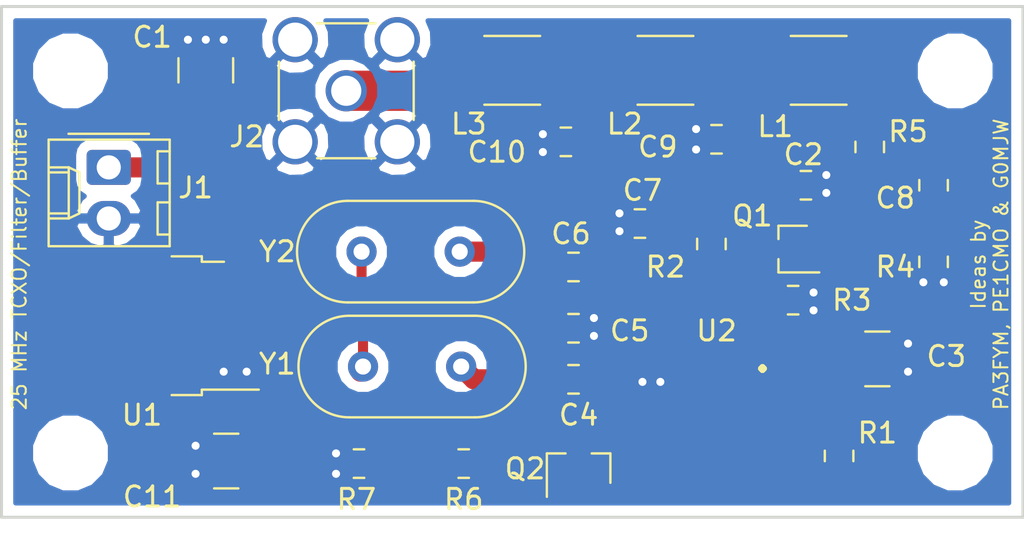
<source format=kicad_pcb>
(kicad_pcb (version 20171130) (host pcbnew "(5.0.2)-1")

  (general
    (thickness 1.6)
    (drawings 7)
    (tracks 120)
    (zones 0)
    (modules 33)
    (nets 24)
  )

  (page A4)
  (layers
    (0 F.Cu signal)
    (31 B.Cu signal)
    (32 B.Adhes user)
    (33 F.Adhes user)
    (34 B.Paste user)
    (35 F.Paste user)
    (36 B.SilkS user)
    (37 F.SilkS user)
    (38 B.Mask user)
    (39 F.Mask user)
    (40 Dwgs.User user)
    (41 Cmts.User user)
    (42 Eco1.User user)
    (43 Eco2.User user)
    (44 Edge.Cuts user)
    (45 Margin user)
    (46 B.CrtYd user)
    (47 F.CrtYd user)
    (48 B.Fab user)
    (49 F.Fab user)
  )

  (setup
    (last_trace_width 0.5)
    (trace_clearance 0.2)
    (zone_clearance 0.508)
    (zone_45_only no)
    (trace_min 0.2)
    (segment_width 0.2)
    (edge_width 0.15)
    (via_size 0.8)
    (via_drill 0.4)
    (via_min_size 0.4)
    (via_min_drill 0.3)
    (uvia_size 0.3)
    (uvia_drill 0.1)
    (uvias_allowed no)
    (uvia_min_size 0.2)
    (uvia_min_drill 0.1)
    (pcb_text_width 0.3)
    (pcb_text_size 1.5 1.5)
    (mod_edge_width 0.15)
    (mod_text_size 1 1)
    (mod_text_width 0.15)
    (pad_size 2.7 2.7)
    (pad_drill 2.7)
    (pad_to_mask_clearance 0.051)
    (solder_mask_min_width 0.25)
    (aux_axis_origin 0 0)
    (visible_elements 7FFFFFFF)
    (pcbplotparams
      (layerselection 0x010fc_ffffffff)
      (usegerberextensions false)
      (usegerberattributes false)
      (usegerberadvancedattributes false)
      (creategerberjobfile false)
      (excludeedgelayer true)
      (linewidth 0.100000)
      (plotframeref false)
      (viasonmask false)
      (mode 1)
      (useauxorigin false)
      (hpglpennumber 1)
      (hpglpenspeed 20)
      (hpglpendiameter 15.000000)
      (psnegative false)
      (psa4output false)
      (plotreference true)
      (plotvalue true)
      (plotinvisibletext false)
      (padsonsilk false)
      (subtractmaskfromsilk false)
      (outputformat 1)
      (mirror false)
      (drillshape 0)
      (scaleselection 1)
      (outputdirectory "./"))
  )

  (net 0 "")
  (net 1 "Net-(C1-Pad1)")
  (net 2 GND)
  (net 3 "Net-(C2-Pad1)")
  (net 4 "Net-(C4-Pad2)")
  (net 5 "Net-(C4-Pad1)")
  (net 6 "Net-(C5-Pad1)")
  (net 7 "Net-(C6-Pad1)")
  (net 8 "Net-(C6-Pad2)")
  (net 9 "Net-(C8-Pad1)")
  (net 10 "Net-(C8-Pad2)")
  (net 11 "Net-(C9-Pad1)")
  (net 12 "Net-(C10-Pad1)")
  (net 13 "Net-(J2-Pad1)")
  (net 14 "Net-(L1-Pad1)")
  (net 15 "Net-(U2-Pad6)")
  (net 16 "Net-(U2-Pad7)")
  (net 17 "Net-(U2-Pad3)")
  (net 18 "Net-(U2-Pad1)")
  (net 19 "Net-(U2-Pad2)")
  (net 20 "Net-(U2-Pad10)")
  (net 21 "Net-(C11-Pad1)")
  (net 22 "Net-(Q2-Pad2)")
  (net 23 "Net-(C3-Pad1)")

  (net_class Default "This is the default net class."
    (clearance 0.2)
    (trace_width 0.5)
    (via_dia 0.8)
    (via_drill 0.4)
    (uvia_dia 0.3)
    (uvia_drill 0.1)
    (add_net "Net-(C11-Pad1)")
    (add_net "Net-(C3-Pad1)")
    (add_net "Net-(Q2-Pad2)")
  )

  (net_class Normal ""
    (clearance 0.2)
    (trace_width 1)
    (via_dia 0.8)
    (via_drill 0.4)
    (uvia_dia 0.3)
    (uvia_drill 0.1)
    (add_net GND)
    (add_net "Net-(C1-Pad1)")
    (add_net "Net-(C10-Pad1)")
    (add_net "Net-(C2-Pad1)")
    (add_net "Net-(C4-Pad1)")
    (add_net "Net-(C4-Pad2)")
    (add_net "Net-(C5-Pad1)")
    (add_net "Net-(C6-Pad1)")
    (add_net "Net-(C6-Pad2)")
    (add_net "Net-(C8-Pad1)")
    (add_net "Net-(C8-Pad2)")
    (add_net "Net-(C9-Pad1)")
    (add_net "Net-(J2-Pad1)")
    (add_net "Net-(L1-Pad1)")
    (add_net "Net-(U2-Pad1)")
    (add_net "Net-(U2-Pad10)")
    (add_net "Net-(U2-Pad2)")
    (add_net "Net-(U2-Pad3)")
    (add_net "Net-(U2-Pad6)")
    (add_net "Net-(U2-Pad7)")
  )

  (net_class Wide ""
    (clearance 0.2)
    (trace_width 2)
    (via_dia 0.8)
    (via_drill 0.4)
    (uvia_dia 0.3)
    (uvia_drill 0.1)
  )

  (module Capacitor_SMD:C_0805_2012Metric_Pad1.15x1.40mm_HandSolder (layer F.Cu) (tedit 5B36C52B) (tstamp 5C3832F9)
    (at 143.637 81.026 180)
    (descr "Capacitor SMD 0805 (2012 Metric), square (rectangular) end terminal, IPC_7351 nominal with elongated pad for handsoldering. (Body size source: https://docs.google.com/spreadsheets/d/1BsfQQcO9C6DZCsRaXUlFlo91Tg2WpOkGARC1WS5S8t0/edit?usp=sharing), generated with kicad-footprint-generator")
    (tags "capacitor handsolder")
    (path /5C2A5F68)
    (attr smd)
    (fp_text reference C10 (at 3.429 -0.508) (layer F.SilkS)
      (effects (font (size 1 1) (thickness 0.15)))
    )
    (fp_text value 100p (at 0 1.65 180) (layer F.Fab)
      (effects (font (size 1 1) (thickness 0.15)))
    )
    (fp_line (start -1 0.6) (end -1 -0.6) (layer F.Fab) (width 0.1))
    (fp_line (start -1 -0.6) (end 1 -0.6) (layer F.Fab) (width 0.1))
    (fp_line (start 1 -0.6) (end 1 0.6) (layer F.Fab) (width 0.1))
    (fp_line (start 1 0.6) (end -1 0.6) (layer F.Fab) (width 0.1))
    (fp_line (start -0.261252 -0.71) (end 0.261252 -0.71) (layer F.SilkS) (width 0.12))
    (fp_line (start -0.261252 0.71) (end 0.261252 0.71) (layer F.SilkS) (width 0.12))
    (fp_line (start -1.85 0.95) (end -1.85 -0.95) (layer F.CrtYd) (width 0.05))
    (fp_line (start -1.85 -0.95) (end 1.85 -0.95) (layer F.CrtYd) (width 0.05))
    (fp_line (start 1.85 -0.95) (end 1.85 0.95) (layer F.CrtYd) (width 0.05))
    (fp_line (start 1.85 0.95) (end -1.85 0.95) (layer F.CrtYd) (width 0.05))
    (fp_text user %R (at 0 0 180) (layer F.Fab)
      (effects (font (size 0.5 0.5) (thickness 0.08)))
    )
    (pad 1 smd roundrect (at -1.025 0 180) (size 1.15 1.4) (layers F.Cu F.Paste F.Mask) (roundrect_rratio 0.217391)
      (net 12 "Net-(C10-Pad1)"))
    (pad 2 smd roundrect (at 1.025 0 180) (size 1.15 1.4) (layers F.Cu F.Paste F.Mask) (roundrect_rratio 0.217391)
      (net 2 GND))
    (model ${KISYS3DMOD}/Capacitor_SMD.3dshapes/C_0805_2012Metric.wrl
      (at (xyz 0 0 0))
      (scale (xyz 1 1 1))
      (rotate (xyz 0 0 0))
    )
  )

  (module Capacitor_SMD:C_1210_3225Metric_Pad1.42x2.65mm_HandSolder (layer F.Cu) (tedit 5C2A8307) (tstamp 5C2A7C5D)
    (at 126.746 96.901 180)
    (descr "Capacitor SMD 1210 (3225 Metric), square (rectangular) end terminal, IPC_7351 nominal with elongated pad for handsoldering. (Body size source: http://www.tortai-tech.com/upload/download/2011102023233369053.pdf), generated with kicad-footprint-generator")
    (tags "capacitor handsolder")
    (path /5C2C96C6)
    (attr smd)
    (fp_text reference C11 (at 3.683 -1.778 180) (layer F.SilkS)
      (effects (font (size 1 1) (thickness 0.15)))
    )
    (fp_text value 100u (at 0 2.28 180) (layer F.Fab)
      (effects (font (size 1 1) (thickness 0.15)))
    )
    (fp_line (start -1.6 1.25) (end -1.6 -1.25) (layer F.Fab) (width 0.1))
    (fp_line (start -1.6 -1.25) (end 1.6 -1.25) (layer F.Fab) (width 0.1))
    (fp_line (start 1.6 -1.25) (end 1.6 1.25) (layer F.Fab) (width 0.1))
    (fp_line (start 1.6 1.25) (end -1.6 1.25) (layer F.Fab) (width 0.1))
    (fp_line (start -0.602064 -1.36) (end 0.602064 -1.36) (layer F.SilkS) (width 0.12))
    (fp_line (start -0.602064 1.36) (end 0.602064 1.36) (layer F.SilkS) (width 0.12))
    (fp_line (start -2.45 1.58) (end -2.45 -1.58) (layer F.CrtYd) (width 0.05))
    (fp_line (start -2.45 -1.58) (end 2.45 -1.58) (layer F.CrtYd) (width 0.05))
    (fp_line (start 2.45 -1.58) (end 2.45 1.58) (layer F.CrtYd) (width 0.05))
    (fp_line (start 2.45 1.58) (end -2.45 1.58) (layer F.CrtYd) (width 0.05))
    (fp_text user %R (at 0 0 180) (layer F.Fab)
      (effects (font (size 0.8 0.8) (thickness 0.12)))
    )
    (pad 1 smd roundrect (at -1.4875 0 180) (size 1.425 2.65) (layers F.Cu F.Paste F.Mask) (roundrect_rratio 0.175439)
      (net 21 "Net-(C11-Pad1)"))
    (pad 2 smd roundrect (at 1.4875 0 180) (size 1.425 2.65) (layers F.Cu F.Paste F.Mask) (roundrect_rratio 0.175439)
      (net 2 GND))
    (model ${KISYS3DMOD}/Capacitor_SMD.3dshapes/C_1210_3225Metric.wrl
      (at (xyz 0 0 0))
      (scale (xyz 1 1 1))
      (rotate (xyz 0 0 0))
    )
  )

  (module Resistor_SMD:R_0805_2012Metric_Pad1.15x1.40mm_HandSolder (layer F.Cu) (tedit 5B36C52B) (tstamp 5C2A7CA5)
    (at 133.35 97.028)
    (descr "Resistor SMD 0805 (2012 Metric), square (rectangular) end terminal, IPC_7351 nominal with elongated pad for handsoldering. (Body size source: https://docs.google.com/spreadsheets/d/1BsfQQcO9C6DZCsRaXUlFlo91Tg2WpOkGARC1WS5S8t0/edit?usp=sharing), generated with kicad-footprint-generator")
    (tags "resistor handsolder")
    (path /5C2A8594)
    (attr smd)
    (fp_text reference R7 (at -0.127 1.778) (layer F.SilkS)
      (effects (font (size 1 1) (thickness 0.15)))
    )
    (fp_text value 1k (at 0 1.65) (layer F.Fab)
      (effects (font (size 1 1) (thickness 0.15)))
    )
    (fp_line (start -1 0.6) (end -1 -0.6) (layer F.Fab) (width 0.1))
    (fp_line (start -1 -0.6) (end 1 -0.6) (layer F.Fab) (width 0.1))
    (fp_line (start 1 -0.6) (end 1 0.6) (layer F.Fab) (width 0.1))
    (fp_line (start 1 0.6) (end -1 0.6) (layer F.Fab) (width 0.1))
    (fp_line (start -0.261252 -0.71) (end 0.261252 -0.71) (layer F.SilkS) (width 0.12))
    (fp_line (start -0.261252 0.71) (end 0.261252 0.71) (layer F.SilkS) (width 0.12))
    (fp_line (start -1.85 0.95) (end -1.85 -0.95) (layer F.CrtYd) (width 0.05))
    (fp_line (start -1.85 -0.95) (end 1.85 -0.95) (layer F.CrtYd) (width 0.05))
    (fp_line (start 1.85 -0.95) (end 1.85 0.95) (layer F.CrtYd) (width 0.05))
    (fp_line (start 1.85 0.95) (end -1.85 0.95) (layer F.CrtYd) (width 0.05))
    (fp_text user %R (at 0 0) (layer F.Fab)
      (effects (font (size 0.5 0.5) (thickness 0.08)))
    )
    (pad 1 smd roundrect (at -1.025 0) (size 1.15 1.4) (layers F.Cu F.Paste F.Mask) (roundrect_rratio 0.217391)
      (net 2 GND))
    (pad 2 smd roundrect (at 1.025 0) (size 1.15 1.4) (layers F.Cu F.Paste F.Mask) (roundrect_rratio 0.217391)
      (net 21 "Net-(C11-Pad1)"))
    (model ${KISYS3DMOD}/Resistor_SMD.3dshapes/R_0805_2012Metric.wrl
      (at (xyz 0 0 0))
      (scale (xyz 1 1 1))
      (rotate (xyz 0 0 0))
    )
  )

  (module Resistor_SMD:R_0805_2012Metric_Pad1.15x1.40mm_HandSolder (layer F.Cu) (tedit 5B36C52B) (tstamp 5C2A7C94)
    (at 138.557 97.028)
    (descr "Resistor SMD 0805 (2012 Metric), square (rectangular) end terminal, IPC_7351 nominal with elongated pad for handsoldering. (Body size source: https://docs.google.com/spreadsheets/d/1BsfQQcO9C6DZCsRaXUlFlo91Tg2WpOkGARC1WS5S8t0/edit?usp=sharing), generated with kicad-footprint-generator")
    (tags "resistor handsolder")
    (path /5C2A8656)
    (attr smd)
    (fp_text reference R6 (at 0 1.778) (layer F.SilkS)
      (effects (font (size 1 1) (thickness 0.15)))
    )
    (fp_text value 2k7 (at 0 1.65) (layer F.Fab)
      (effects (font (size 1 1) (thickness 0.15)))
    )
    (fp_text user %R (at 0 0) (layer F.Fab)
      (effects (font (size 0.5 0.5) (thickness 0.08)))
    )
    (fp_line (start 1.85 0.95) (end -1.85 0.95) (layer F.CrtYd) (width 0.05))
    (fp_line (start 1.85 -0.95) (end 1.85 0.95) (layer F.CrtYd) (width 0.05))
    (fp_line (start -1.85 -0.95) (end 1.85 -0.95) (layer F.CrtYd) (width 0.05))
    (fp_line (start -1.85 0.95) (end -1.85 -0.95) (layer F.CrtYd) (width 0.05))
    (fp_line (start -0.261252 0.71) (end 0.261252 0.71) (layer F.SilkS) (width 0.12))
    (fp_line (start -0.261252 -0.71) (end 0.261252 -0.71) (layer F.SilkS) (width 0.12))
    (fp_line (start 1 0.6) (end -1 0.6) (layer F.Fab) (width 0.1))
    (fp_line (start 1 -0.6) (end 1 0.6) (layer F.Fab) (width 0.1))
    (fp_line (start -1 -0.6) (end 1 -0.6) (layer F.Fab) (width 0.1))
    (fp_line (start -1 0.6) (end -1 -0.6) (layer F.Fab) (width 0.1))
    (pad 2 smd roundrect (at 1.025 0) (size 1.15 1.4) (layers F.Cu F.Paste F.Mask) (roundrect_rratio 0.217391)
      (net 3 "Net-(C2-Pad1)"))
    (pad 1 smd roundrect (at -1.025 0) (size 1.15 1.4) (layers F.Cu F.Paste F.Mask) (roundrect_rratio 0.217391)
      (net 21 "Net-(C11-Pad1)"))
    (model ${KISYS3DMOD}/Resistor_SMD.3dshapes/R_0805_2012Metric.wrl
      (at (xyz 0 0 0))
      (scale (xyz 1 1 1))
      (rotate (xyz 0 0 0))
    )
  )

  (module Package_TO_SOT_SMD:SOT-23 (layer F.Cu) (tedit 5A02FF57) (tstamp 5C2A7C83)
    (at 144.272 97.282 90)
    (descr "SOT-23, Standard")
    (tags SOT-23)
    (path /5C2A846A)
    (attr smd)
    (fp_text reference Q2 (at 0 -2.667 180) (layer F.SilkS)
      (effects (font (size 1 1) (thickness 0.15)))
    )
    (fp_text value BC847 (at 0 2.5 90) (layer F.Fab)
      (effects (font (size 1 1) (thickness 0.15)))
    )
    (fp_text user %R (at 0 0 180) (layer F.Fab)
      (effects (font (size 0.5 0.5) (thickness 0.075)))
    )
    (fp_line (start -0.7 -0.95) (end -0.7 1.5) (layer F.Fab) (width 0.1))
    (fp_line (start -0.15 -1.52) (end 0.7 -1.52) (layer F.Fab) (width 0.1))
    (fp_line (start -0.7 -0.95) (end -0.15 -1.52) (layer F.Fab) (width 0.1))
    (fp_line (start 0.7 -1.52) (end 0.7 1.52) (layer F.Fab) (width 0.1))
    (fp_line (start -0.7 1.52) (end 0.7 1.52) (layer F.Fab) (width 0.1))
    (fp_line (start 0.76 1.58) (end 0.76 0.65) (layer F.SilkS) (width 0.12))
    (fp_line (start 0.76 -1.58) (end 0.76 -0.65) (layer F.SilkS) (width 0.12))
    (fp_line (start -1.7 -1.75) (end 1.7 -1.75) (layer F.CrtYd) (width 0.05))
    (fp_line (start 1.7 -1.75) (end 1.7 1.75) (layer F.CrtYd) (width 0.05))
    (fp_line (start 1.7 1.75) (end -1.7 1.75) (layer F.CrtYd) (width 0.05))
    (fp_line (start -1.7 1.75) (end -1.7 -1.75) (layer F.CrtYd) (width 0.05))
    (fp_line (start 0.76 -1.58) (end -1.4 -1.58) (layer F.SilkS) (width 0.12))
    (fp_line (start 0.76 1.58) (end -0.7 1.58) (layer F.SilkS) (width 0.12))
    (pad 1 smd rect (at -1 -0.95 90) (size 0.9 0.8) (layers F.Cu F.Paste F.Mask)
      (net 21 "Net-(C11-Pad1)"))
    (pad 2 smd rect (at -1 0.95 90) (size 0.9 0.8) (layers F.Cu F.Paste F.Mask)
      (net 22 "Net-(Q2-Pad2)"))
    (pad 3 smd rect (at 1 0 90) (size 0.9 0.8) (layers F.Cu F.Paste F.Mask)
      (net 3 "Net-(C2-Pad1)"))
    (model ${KISYS3DMOD}/Package_TO_SOT_SMD.3dshapes/SOT-23.wrl
      (at (xyz 0 0 0))
      (scale (xyz 1 1 1))
      (rotate (xyz 0 0 0))
    )
  )

  (module Capacitor_SMD:C_1210_3225Metric_Pad1.42x2.65mm_HandSolder (layer F.Cu) (tedit 5B301BBE) (tstamp 5C383260)
    (at 125.73 77.47 90)
    (descr "Capacitor SMD 1210 (3225 Metric), square (rectangular) end terminal, IPC_7351 nominal with elongated pad for handsoldering. (Body size source: http://www.tortai-tech.com/upload/download/2011102023233369053.pdf), generated with kicad-footprint-generator")
    (tags "capacitor handsolder")
    (path /5C2ACFFB)
    (attr smd)
    (fp_text reference C1 (at 1.651 -2.667 180) (layer F.SilkS)
      (effects (font (size 1 1) (thickness 0.15)))
    )
    (fp_text value 1u (at 0 2.28 90) (layer F.Fab)
      (effects (font (size 1 1) (thickness 0.15)))
    )
    (fp_line (start -1.6 1.25) (end -1.6 -1.25) (layer F.Fab) (width 0.1))
    (fp_line (start -1.6 -1.25) (end 1.6 -1.25) (layer F.Fab) (width 0.1))
    (fp_line (start 1.6 -1.25) (end 1.6 1.25) (layer F.Fab) (width 0.1))
    (fp_line (start 1.6 1.25) (end -1.6 1.25) (layer F.Fab) (width 0.1))
    (fp_line (start -0.602064 -1.36) (end 0.602064 -1.36) (layer F.SilkS) (width 0.12))
    (fp_line (start -0.602064 1.36) (end 0.602064 1.36) (layer F.SilkS) (width 0.12))
    (fp_line (start -2.45 1.58) (end -2.45 -1.58) (layer F.CrtYd) (width 0.05))
    (fp_line (start -2.45 -1.58) (end 2.45 -1.58) (layer F.CrtYd) (width 0.05))
    (fp_line (start 2.45 -1.58) (end 2.45 1.58) (layer F.CrtYd) (width 0.05))
    (fp_line (start 2.45 1.58) (end -2.45 1.58) (layer F.CrtYd) (width 0.05))
    (fp_text user %R (at 0 0 90) (layer F.Fab)
      (effects (font (size 0.8 0.8) (thickness 0.12)))
    )
    (pad 1 smd roundrect (at -1.4875 0 90) (size 1.425 2.65) (layers F.Cu F.Paste F.Mask) (roundrect_rratio 0.175439)
      (net 1 "Net-(C1-Pad1)"))
    (pad 2 smd roundrect (at 1.4875 0 90) (size 1.425 2.65) (layers F.Cu F.Paste F.Mask) (roundrect_rratio 0.175439)
      (net 2 GND))
    (model ${KISYS3DMOD}/Capacitor_SMD.3dshapes/C_1210_3225Metric.wrl
      (at (xyz 0 0 0))
      (scale (xyz 1 1 1))
      (rotate (xyz 0 0 0))
    )
  )

  (module Capacitor_SMD:C_0805_2012Metric_Pad1.15x1.40mm_HandSolder (layer F.Cu) (tedit 5B36C52B) (tstamp 5C2A7EC4)
    (at 155.575 83.185)
    (descr "Capacitor SMD 0805 (2012 Metric), square (rectangular) end terminal, IPC_7351 nominal with elongated pad for handsoldering. (Body size source: https://docs.google.com/spreadsheets/d/1BsfQQcO9C6DZCsRaXUlFlo91Tg2WpOkGARC1WS5S8t0/edit?usp=sharing), generated with kicad-footprint-generator")
    (tags "capacitor handsolder")
    (path /5C2A21C0)
    (attr smd)
    (fp_text reference C2 (at -0.127 -1.524 180) (layer F.SilkS)
      (effects (font (size 1 1) (thickness 0.15)))
    )
    (fp_text value 100n (at 0 1.65) (layer F.Fab)
      (effects (font (size 1 1) (thickness 0.15)))
    )
    (fp_text user %R (at 0 0) (layer F.Fab)
      (effects (font (size 0.5 0.5) (thickness 0.08)))
    )
    (fp_line (start 1.85 0.95) (end -1.85 0.95) (layer F.CrtYd) (width 0.05))
    (fp_line (start 1.85 -0.95) (end 1.85 0.95) (layer F.CrtYd) (width 0.05))
    (fp_line (start -1.85 -0.95) (end 1.85 -0.95) (layer F.CrtYd) (width 0.05))
    (fp_line (start -1.85 0.95) (end -1.85 -0.95) (layer F.CrtYd) (width 0.05))
    (fp_line (start -0.261252 0.71) (end 0.261252 0.71) (layer F.SilkS) (width 0.12))
    (fp_line (start -0.261252 -0.71) (end 0.261252 -0.71) (layer F.SilkS) (width 0.12))
    (fp_line (start 1 0.6) (end -1 0.6) (layer F.Fab) (width 0.1))
    (fp_line (start 1 -0.6) (end 1 0.6) (layer F.Fab) (width 0.1))
    (fp_line (start -1 -0.6) (end 1 -0.6) (layer F.Fab) (width 0.1))
    (fp_line (start -1 0.6) (end -1 -0.6) (layer F.Fab) (width 0.1))
    (pad 2 smd roundrect (at 1.025 0) (size 1.15 1.4) (layers F.Cu F.Paste F.Mask) (roundrect_rratio 0.217391)
      (net 2 GND))
    (pad 1 smd roundrect (at -1.025 0) (size 1.15 1.4) (layers F.Cu F.Paste F.Mask) (roundrect_rratio 0.217391)
      (net 3 "Net-(C2-Pad1)"))
    (model ${KISYS3DMOD}/Capacitor_SMD.3dshapes/C_0805_2012Metric.wrl
      (at (xyz 0 0 0))
      (scale (xyz 1 1 1))
      (rotate (xyz 0 0 0))
    )
  )

  (module Capacitor_SMD:C_0805_2012Metric_Pad1.15x1.40mm_HandSolder (layer F.Cu) (tedit 5B36C52B) (tstamp 5C383293)
    (at 144.018 92.837)
    (descr "Capacitor SMD 0805 (2012 Metric), square (rectangular) end terminal, IPC_7351 nominal with elongated pad for handsoldering. (Body size source: https://docs.google.com/spreadsheets/d/1BsfQQcO9C6DZCsRaXUlFlo91Tg2WpOkGARC1WS5S8t0/edit?usp=sharing), generated with kicad-footprint-generator")
    (tags "capacitor handsolder")
    (path /5C2A2730)
    (attr smd)
    (fp_text reference C4 (at 0.254 1.778) (layer F.SilkS)
      (effects (font (size 1 1) (thickness 0.15)))
    )
    (fp_text value 15p (at 0 1.65) (layer F.Fab)
      (effects (font (size 1 1) (thickness 0.15)))
    )
    (fp_text user %R (at 0 0) (layer F.Fab)
      (effects (font (size 0.5 0.5) (thickness 0.08)))
    )
    (fp_line (start 1.85 0.95) (end -1.85 0.95) (layer F.CrtYd) (width 0.05))
    (fp_line (start 1.85 -0.95) (end 1.85 0.95) (layer F.CrtYd) (width 0.05))
    (fp_line (start -1.85 -0.95) (end 1.85 -0.95) (layer F.CrtYd) (width 0.05))
    (fp_line (start -1.85 0.95) (end -1.85 -0.95) (layer F.CrtYd) (width 0.05))
    (fp_line (start -0.261252 0.71) (end 0.261252 0.71) (layer F.SilkS) (width 0.12))
    (fp_line (start -0.261252 -0.71) (end 0.261252 -0.71) (layer F.SilkS) (width 0.12))
    (fp_line (start 1 0.6) (end -1 0.6) (layer F.Fab) (width 0.1))
    (fp_line (start 1 -0.6) (end 1 0.6) (layer F.Fab) (width 0.1))
    (fp_line (start -1 -0.6) (end 1 -0.6) (layer F.Fab) (width 0.1))
    (fp_line (start -1 0.6) (end -1 -0.6) (layer F.Fab) (width 0.1))
    (pad 2 smd roundrect (at 1.025 0) (size 1.15 1.4) (layers F.Cu F.Paste F.Mask) (roundrect_rratio 0.217391)
      (net 4 "Net-(C4-Pad2)"))
    (pad 1 smd roundrect (at -1.025 0) (size 1.15 1.4) (layers F.Cu F.Paste F.Mask) (roundrect_rratio 0.217391)
      (net 5 "Net-(C4-Pad1)"))
    (model ${KISYS3DMOD}/Capacitor_SMD.3dshapes/C_0805_2012Metric.wrl
      (at (xyz 0 0 0))
      (scale (xyz 1 1 1))
      (rotate (xyz 0 0 0))
    )
  )

  (module Capacitor_SMD:C_0805_2012Metric_Pad1.15x1.40mm_HandSolder (layer F.Cu) (tedit 5B36C52B) (tstamp 5C3832A4)
    (at 144.018 90.297)
    (descr "Capacitor SMD 0805 (2012 Metric), square (rectangular) end terminal, IPC_7351 nominal with elongated pad for handsoldering. (Body size source: https://docs.google.com/spreadsheets/d/1BsfQQcO9C6DZCsRaXUlFlo91Tg2WpOkGARC1WS5S8t0/edit?usp=sharing), generated with kicad-footprint-generator")
    (tags "capacitor handsolder")
    (path /5C2A268C)
    (attr smd)
    (fp_text reference C5 (at 2.794 0.127) (layer F.SilkS)
      (effects (font (size 1 1) (thickness 0.15)))
    )
    (fp_text value ?? (at 0 1.65) (layer F.Fab)
      (effects (font (size 1 1) (thickness 0.15)))
    )
    (fp_line (start -1 0.6) (end -1 -0.6) (layer F.Fab) (width 0.1))
    (fp_line (start -1 -0.6) (end 1 -0.6) (layer F.Fab) (width 0.1))
    (fp_line (start 1 -0.6) (end 1 0.6) (layer F.Fab) (width 0.1))
    (fp_line (start 1 0.6) (end -1 0.6) (layer F.Fab) (width 0.1))
    (fp_line (start -0.261252 -0.71) (end 0.261252 -0.71) (layer F.SilkS) (width 0.12))
    (fp_line (start -0.261252 0.71) (end 0.261252 0.71) (layer F.SilkS) (width 0.12))
    (fp_line (start -1.85 0.95) (end -1.85 -0.95) (layer F.CrtYd) (width 0.05))
    (fp_line (start -1.85 -0.95) (end 1.85 -0.95) (layer F.CrtYd) (width 0.05))
    (fp_line (start 1.85 -0.95) (end 1.85 0.95) (layer F.CrtYd) (width 0.05))
    (fp_line (start 1.85 0.95) (end -1.85 0.95) (layer F.CrtYd) (width 0.05))
    (fp_text user %R (at 0 0) (layer F.Fab)
      (effects (font (size 0.5 0.5) (thickness 0.08)))
    )
    (pad 1 smd roundrect (at -1.025 0) (size 1.15 1.4) (layers F.Cu F.Paste F.Mask) (roundrect_rratio 0.217391)
      (net 6 "Net-(C5-Pad1)"))
    (pad 2 smd roundrect (at 1.025 0) (size 1.15 1.4) (layers F.Cu F.Paste F.Mask) (roundrect_rratio 0.217391)
      (net 2 GND))
    (model ${KISYS3DMOD}/Capacitor_SMD.3dshapes/C_0805_2012Metric.wrl
      (at (xyz 0 0 0))
      (scale (xyz 1 1 1))
      (rotate (xyz 0 0 0))
    )
  )

  (module Capacitor_SMD:C_0805_2012Metric_Pad1.15x1.40mm_HandSolder (layer F.Cu) (tedit 5B36C52B) (tstamp 5C3832B5)
    (at 144.018 87.249 180)
    (descr "Capacitor SMD 0805 (2012 Metric), square (rectangular) end terminal, IPC_7351 nominal with elongated pad for handsoldering. (Body size source: https://docs.google.com/spreadsheets/d/1BsfQQcO9C6DZCsRaXUlFlo91Tg2WpOkGARC1WS5S8t0/edit?usp=sharing), generated with kicad-footprint-generator")
    (tags "capacitor handsolder")
    (path /5C2A28FF)
    (attr smd)
    (fp_text reference C6 (at 0.127 1.651 180) (layer F.SilkS)
      (effects (font (size 1 1) (thickness 0.15)))
    )
    (fp_text value 15p (at -0.245 -1.905 180) (layer F.Fab)
      (effects (font (size 1 1) (thickness 0.15)))
    )
    (fp_line (start -1 0.6) (end -1 -0.6) (layer F.Fab) (width 0.1))
    (fp_line (start -1 -0.6) (end 1 -0.6) (layer F.Fab) (width 0.1))
    (fp_line (start 1 -0.6) (end 1 0.6) (layer F.Fab) (width 0.1))
    (fp_line (start 1 0.6) (end -1 0.6) (layer F.Fab) (width 0.1))
    (fp_line (start -0.261252 -0.71) (end 0.261252 -0.71) (layer F.SilkS) (width 0.12))
    (fp_line (start -0.261252 0.71) (end 0.261252 0.71) (layer F.SilkS) (width 0.12))
    (fp_line (start -1.85 0.95) (end -1.85 -0.95) (layer F.CrtYd) (width 0.05))
    (fp_line (start -1.85 -0.95) (end 1.85 -0.95) (layer F.CrtYd) (width 0.05))
    (fp_line (start 1.85 -0.95) (end 1.85 0.95) (layer F.CrtYd) (width 0.05))
    (fp_line (start 1.85 0.95) (end -1.85 0.95) (layer F.CrtYd) (width 0.05))
    (fp_text user %R (at 0 0 180) (layer F.Fab)
      (effects (font (size 0.5 0.5) (thickness 0.08)))
    )
    (pad 1 smd roundrect (at -1.025 0 180) (size 1.15 1.4) (layers F.Cu F.Paste F.Mask) (roundrect_rratio 0.217391)
      (net 7 "Net-(C6-Pad1)"))
    (pad 2 smd roundrect (at 1.025 0 180) (size 1.15 1.4) (layers F.Cu F.Paste F.Mask) (roundrect_rratio 0.217391)
      (net 8 "Net-(C6-Pad2)"))
    (model ${KISYS3DMOD}/Capacitor_SMD.3dshapes/C_0805_2012Metric.wrl
      (at (xyz 0 0 0))
      (scale (xyz 1 1 1))
      (rotate (xyz 0 0 0))
    )
  )

  (module Capacitor_SMD:C_0805_2012Metric_Pad1.15x1.40mm_HandSolder (layer F.Cu) (tedit 5B36C52B) (tstamp 5C3832C6)
    (at 147.32 85.09 180)
    (descr "Capacitor SMD 0805 (2012 Metric), square (rectangular) end terminal, IPC_7351 nominal with elongated pad for handsoldering. (Body size source: https://docs.google.com/spreadsheets/d/1BsfQQcO9C6DZCsRaXUlFlo91Tg2WpOkGARC1WS5S8t0/edit?usp=sharing), generated with kicad-footprint-generator")
    (tags "capacitor handsolder")
    (path /5C2A410C)
    (attr smd)
    (fp_text reference C7 (at -0.127 1.651 180) (layer F.SilkS)
      (effects (font (size 1 1) (thickness 0.15)))
    )
    (fp_text value 100n (at 0 1.65 180) (layer F.Fab)
      (effects (font (size 1 1) (thickness 0.15)))
    )
    (fp_text user %R (at 0 0 180) (layer F.Fab)
      (effects (font (size 0.5 0.5) (thickness 0.08)))
    )
    (fp_line (start 1.85 0.95) (end -1.85 0.95) (layer F.CrtYd) (width 0.05))
    (fp_line (start 1.85 -0.95) (end 1.85 0.95) (layer F.CrtYd) (width 0.05))
    (fp_line (start -1.85 -0.95) (end 1.85 -0.95) (layer F.CrtYd) (width 0.05))
    (fp_line (start -1.85 0.95) (end -1.85 -0.95) (layer F.CrtYd) (width 0.05))
    (fp_line (start -0.261252 0.71) (end 0.261252 0.71) (layer F.SilkS) (width 0.12))
    (fp_line (start -0.261252 -0.71) (end 0.261252 -0.71) (layer F.SilkS) (width 0.12))
    (fp_line (start 1 0.6) (end -1 0.6) (layer F.Fab) (width 0.1))
    (fp_line (start 1 -0.6) (end 1 0.6) (layer F.Fab) (width 0.1))
    (fp_line (start -1 -0.6) (end 1 -0.6) (layer F.Fab) (width 0.1))
    (fp_line (start -1 0.6) (end -1 -0.6) (layer F.Fab) (width 0.1))
    (pad 2 smd roundrect (at 1.025 0 180) (size 1.15 1.4) (layers F.Cu F.Paste F.Mask) (roundrect_rratio 0.217391)
      (net 2 GND))
    (pad 1 smd roundrect (at -1.025 0 180) (size 1.15 1.4) (layers F.Cu F.Paste F.Mask) (roundrect_rratio 0.217391)
      (net 3 "Net-(C2-Pad1)"))
    (model ${KISYS3DMOD}/Capacitor_SMD.3dshapes/C_0805_2012Metric.wrl
      (at (xyz 0 0 0))
      (scale (xyz 1 1 1))
      (rotate (xyz 0 0 0))
    )
  )

  (module Capacitor_SMD:C_0805_2012Metric_Pad1.15x1.40mm_HandSolder (layer F.Cu) (tedit 5B36C52B) (tstamp 5C3832D7)
    (at 161.925 83.185 270)
    (descr "Capacitor SMD 0805 (2012 Metric), square (rectangular) end terminal, IPC_7351 nominal with elongated pad for handsoldering. (Body size source: https://docs.google.com/spreadsheets/d/1BsfQQcO9C6DZCsRaXUlFlo91Tg2WpOkGARC1WS5S8t0/edit?usp=sharing), generated with kicad-footprint-generator")
    (tags "capacitor handsolder")
    (path /5C2A4FB1)
    (attr smd)
    (fp_text reference C8 (at 0.635 1.905) (layer F.SilkS)
      (effects (font (size 1 1) (thickness 0.15)))
    )
    (fp_text value 1n (at 0 1.65 270) (layer F.Fab)
      (effects (font (size 1 1) (thickness 0.15)))
    )
    (fp_line (start -1 0.6) (end -1 -0.6) (layer F.Fab) (width 0.1))
    (fp_line (start -1 -0.6) (end 1 -0.6) (layer F.Fab) (width 0.1))
    (fp_line (start 1 -0.6) (end 1 0.6) (layer F.Fab) (width 0.1))
    (fp_line (start 1 0.6) (end -1 0.6) (layer F.Fab) (width 0.1))
    (fp_line (start -0.261252 -0.71) (end 0.261252 -0.71) (layer F.SilkS) (width 0.12))
    (fp_line (start -0.261252 0.71) (end 0.261252 0.71) (layer F.SilkS) (width 0.12))
    (fp_line (start -1.85 0.95) (end -1.85 -0.95) (layer F.CrtYd) (width 0.05))
    (fp_line (start -1.85 -0.95) (end 1.85 -0.95) (layer F.CrtYd) (width 0.05))
    (fp_line (start 1.85 -0.95) (end 1.85 0.95) (layer F.CrtYd) (width 0.05))
    (fp_line (start 1.85 0.95) (end -1.85 0.95) (layer F.CrtYd) (width 0.05))
    (fp_text user %R (at 0 0 270) (layer F.Fab)
      (effects (font (size 0.5 0.5) (thickness 0.08)))
    )
    (pad 1 smd roundrect (at -1.025 0 270) (size 1.15 1.4) (layers F.Cu F.Paste F.Mask) (roundrect_rratio 0.217391)
      (net 9 "Net-(C8-Pad1)"))
    (pad 2 smd roundrect (at 1.025 0 270) (size 1.15 1.4) (layers F.Cu F.Paste F.Mask) (roundrect_rratio 0.217391)
      (net 10 "Net-(C8-Pad2)"))
    (model ${KISYS3DMOD}/Capacitor_SMD.3dshapes/C_0805_2012Metric.wrl
      (at (xyz 0 0 0))
      (scale (xyz 1 1 1))
      (rotate (xyz 0 0 0))
    )
  )

  (module Capacitor_SMD:C_0805_2012Metric_Pad1.15x1.40mm_HandSolder (layer F.Cu) (tedit 5B36C52B) (tstamp 5C3832E8)
    (at 151.13 80.899 180)
    (descr "Capacitor SMD 0805 (2012 Metric), square (rectangular) end terminal, IPC_7351 nominal with elongated pad for handsoldering. (Body size source: https://docs.google.com/spreadsheets/d/1BsfQQcO9C6DZCsRaXUlFlo91Tg2WpOkGARC1WS5S8t0/edit?usp=sharing), generated with kicad-footprint-generator")
    (tags "capacitor handsolder")
    (path /5C2A580E)
    (attr smd)
    (fp_text reference C9 (at 2.921 -0.381) (layer F.SilkS)
      (effects (font (size 1 1) (thickness 0.15)))
    )
    (fp_text value 100p (at 0 1.65 180) (layer F.Fab)
      (effects (font (size 1 1) (thickness 0.15)))
    )
    (fp_text user %R (at 0 0 180) (layer F.Fab)
      (effects (font (size 0.5 0.5) (thickness 0.08)))
    )
    (fp_line (start 1.85 0.95) (end -1.85 0.95) (layer F.CrtYd) (width 0.05))
    (fp_line (start 1.85 -0.95) (end 1.85 0.95) (layer F.CrtYd) (width 0.05))
    (fp_line (start -1.85 -0.95) (end 1.85 -0.95) (layer F.CrtYd) (width 0.05))
    (fp_line (start -1.85 0.95) (end -1.85 -0.95) (layer F.CrtYd) (width 0.05))
    (fp_line (start -0.261252 0.71) (end 0.261252 0.71) (layer F.SilkS) (width 0.12))
    (fp_line (start -0.261252 -0.71) (end 0.261252 -0.71) (layer F.SilkS) (width 0.12))
    (fp_line (start 1 0.6) (end -1 0.6) (layer F.Fab) (width 0.1))
    (fp_line (start 1 -0.6) (end 1 0.6) (layer F.Fab) (width 0.1))
    (fp_line (start -1 -0.6) (end 1 -0.6) (layer F.Fab) (width 0.1))
    (fp_line (start -1 0.6) (end -1 -0.6) (layer F.Fab) (width 0.1))
    (pad 2 smd roundrect (at 1.025 0 180) (size 1.15 1.4) (layers F.Cu F.Paste F.Mask) (roundrect_rratio 0.217391)
      (net 2 GND))
    (pad 1 smd roundrect (at -1.025 0 180) (size 1.15 1.4) (layers F.Cu F.Paste F.Mask) (roundrect_rratio 0.217391)
      (net 11 "Net-(C9-Pad1)"))
    (model ${KISYS3DMOD}/Capacitor_SMD.3dshapes/C_0805_2012Metric.wrl
      (at (xyz 0 0 0))
      (scale (xyz 1 1 1))
      (rotate (xyz 0 0 0))
    )
  )

  (module Connector_Molex:Molex_KK-254_AE-6410-02A_1x02_P2.54mm_Vertical (layer F.Cu) (tedit 5C2A30FB) (tstamp 5C385CA7)
    (at 120.904 82.296 270)
    (descr "Molex KK-254 Interconnect System, old/engineering part number: AE-6410-02A example for new part number: 22-27-2021, 2 Pins (http://www.molex.com/pdm_docs/sd/022272021_sd.pdf), generated with kicad-footprint-generator")
    (tags "connector Molex KK-254 side entry")
    (path /5C2ADC10)
    (fp_text reference J1 (at 1.016 -4.318) (layer F.SilkS)
      (effects (font (size 1 1) (thickness 0.15)))
    )
    (fp_text value Conn_01x02_Male (at 1.27 4.08 270) (layer F.Fab) hide
      (effects (font (size 1 1) (thickness 0.15)))
    )
    (fp_line (start -1.27 -2.92) (end -1.27 2.88) (layer F.Fab) (width 0.1))
    (fp_line (start -1.27 2.88) (end 3.81 2.88) (layer F.Fab) (width 0.1))
    (fp_line (start 3.81 2.88) (end 3.81 -2.92) (layer F.Fab) (width 0.1))
    (fp_line (start 3.81 -2.92) (end -1.27 -2.92) (layer F.Fab) (width 0.1))
    (fp_line (start -1.38 -3.03) (end -1.38 2.99) (layer F.SilkS) (width 0.12))
    (fp_line (start -1.38 2.99) (end 3.92 2.99) (layer F.SilkS) (width 0.12))
    (fp_line (start 3.92 2.99) (end 3.92 -3.03) (layer F.SilkS) (width 0.12))
    (fp_line (start 3.92 -3.03) (end -1.38 -3.03) (layer F.SilkS) (width 0.12))
    (fp_line (start -1.67 -2) (end -1.67 2) (layer F.SilkS) (width 0.12))
    (fp_line (start -1.27 -0.5) (end -0.562893 0) (layer F.Fab) (width 0.1))
    (fp_line (start -0.562893 0) (end -1.27 0.5) (layer F.Fab) (width 0.1))
    (fp_line (start 0 2.99) (end 0 1.99) (layer F.SilkS) (width 0.12))
    (fp_line (start 0 1.99) (end 2.54 1.99) (layer F.SilkS) (width 0.12))
    (fp_line (start 2.54 1.99) (end 2.54 2.99) (layer F.SilkS) (width 0.12))
    (fp_line (start 0 1.99) (end 0.25 1.46) (layer F.SilkS) (width 0.12))
    (fp_line (start 0.25 1.46) (end 2.29 1.46) (layer F.SilkS) (width 0.12))
    (fp_line (start 2.29 1.46) (end 2.54 1.99) (layer F.SilkS) (width 0.12))
    (fp_line (start 0.25 2.99) (end 0.25 1.99) (layer F.SilkS) (width 0.12))
    (fp_line (start 2.29 2.99) (end 2.29 1.99) (layer F.SilkS) (width 0.12))
    (fp_line (start -0.8 -3.03) (end -0.8 -2.43) (layer F.SilkS) (width 0.12))
    (fp_line (start -0.8 -2.43) (end 0.8 -2.43) (layer F.SilkS) (width 0.12))
    (fp_line (start 0.8 -2.43) (end 0.8 -3.03) (layer F.SilkS) (width 0.12))
    (fp_line (start 1.74 -3.03) (end 1.74 -2.43) (layer F.SilkS) (width 0.12))
    (fp_line (start 1.74 -2.43) (end 3.34 -2.43) (layer F.SilkS) (width 0.12))
    (fp_line (start 3.34 -2.43) (end 3.34 -3.03) (layer F.SilkS) (width 0.12))
    (fp_line (start -1.77 -3.42) (end -1.77 3.38) (layer F.CrtYd) (width 0.05))
    (fp_line (start -1.77 3.38) (end 4.31 3.38) (layer F.CrtYd) (width 0.05))
    (fp_line (start 4.31 3.38) (end 4.31 -3.42) (layer F.CrtYd) (width 0.05))
    (fp_line (start 4.31 -3.42) (end -1.77 -3.42) (layer F.CrtYd) (width 0.05))
    (fp_text user %R (at 1.27 -2.22 270) (layer F.Fab)
      (effects (font (size 1 1) (thickness 0.15)))
    )
    (pad 1 thru_hole roundrect (at 0 0 270) (size 1.74 2.2) (drill 1.2) (layers *.Cu *.Mask) (roundrect_rratio 0.143678)
      (net 1 "Net-(C1-Pad1)"))
    (pad 2 thru_hole oval (at 2.54 0 270) (size 1.74 2.2) (drill 1.2) (layers *.Cu *.Mask)
      (net 2 GND))
    (model ${KISYS3DMOD}/Connector_Molex.3dshapes/Molex_KK-254_AE-6410-02A_1x02_P2.54mm_Vertical.wrl
      (at (xyz 0 0 0))
      (scale (xyz 1 1 1))
      (rotate (xyz 0 0 0))
    )
  )

  (module Connector_Coaxial:SMA_Amphenol_901-144_Vertical (layer F.Cu) (tedit 5B2F4C32) (tstamp 5C383334)
    (at 132.715 78.486)
    (descr https://www.amphenolrf.com/downloads/dl/file/id/7023/product/3103/901_144_customer_drawing.pdf)
    (tags "SMA THT Female Jack Vertical")
    (path /5C2B808D)
    (fp_text reference J2 (at -4.953 2.286) (layer F.SilkS)
      (effects (font (size 1 1) (thickness 0.15)))
    )
    (fp_text value SMA (at 0 5) (layer F.Fab)
      (effects (font (size 1 1) (thickness 0.15)))
    )
    (fp_circle (center 0 0) (end 3.175 0) (layer F.Fab) (width 0.1))
    (fp_line (start 4.17 4.17) (end -4.17 4.17) (layer F.CrtYd) (width 0.05))
    (fp_line (start 4.17 4.17) (end 4.17 -4.17) (layer F.CrtYd) (width 0.05))
    (fp_line (start -4.17 -4.17) (end -4.17 4.17) (layer F.CrtYd) (width 0.05))
    (fp_line (start -4.17 -4.17) (end 4.17 -4.17) (layer F.CrtYd) (width 0.05))
    (fp_line (start -3.175 -3.175) (end 3.175 -3.175) (layer F.Fab) (width 0.1))
    (fp_line (start -3.175 -3.175) (end -3.175 3.175) (layer F.Fab) (width 0.1))
    (fp_line (start -3.175 3.175) (end 3.175 3.175) (layer F.Fab) (width 0.1))
    (fp_line (start 3.175 -3.175) (end 3.175 3.175) (layer F.Fab) (width 0.1))
    (fp_line (start -3.355 -1.45) (end -3.355 1.45) (layer F.SilkS) (width 0.12))
    (fp_line (start 3.355 -1.45) (end 3.355 1.45) (layer F.SilkS) (width 0.12))
    (fp_line (start -1.45 3.355) (end 1.45 3.355) (layer F.SilkS) (width 0.12))
    (fp_line (start -1.45 -3.355) (end 1.45 -3.355) (layer F.SilkS) (width 0.12))
    (fp_text user %R (at 0 0) (layer F.Fab)
      (effects (font (size 1 1) (thickness 0.15)))
    )
    (pad 1 thru_hole circle (at 0 0) (size 2.05 2.05) (drill 1.5) (layers *.Cu *.Mask)
      (net 13 "Net-(J2-Pad1)"))
    (pad 2 thru_hole circle (at 2.54 2.54) (size 2.25 2.25) (drill 1.7) (layers *.Cu *.Mask)
      (net 2 GND))
    (pad 2 thru_hole circle (at 2.54 -2.54) (size 2.25 2.25) (drill 1.7) (layers *.Cu *.Mask)
      (net 2 GND))
    (pad 2 thru_hole circle (at -2.54 -2.54) (size 2.25 2.25) (drill 1.7) (layers *.Cu *.Mask)
      (net 2 GND))
    (pad 2 thru_hole circle (at -2.54 2.54) (size 2.25 2.25) (drill 1.7) (layers *.Cu *.Mask)
      (net 2 GND))
    (model ${KISYS3DMOD}/Connector_Coaxial.3dshapes/SMA_Amphenol_901-144_Vertical.wrl
      (at (xyz 0 0 0))
      (scale (xyz 1 1 1))
      (rotate (xyz 0 0 0))
    )
    (model "C:/Users/mike/Documents/Kicad/SMA 731000114.STEP"
      (offset (xyz 0 0 12.5))
      (scale (xyz 1 1 1))
      (rotate (xyz 0 0 0))
    )
  )

  (module Inductor_SMD:L_1812_4532Metric_Pad1.30x3.40mm_HandSolder (layer F.Cu) (tedit 5B301BBE) (tstamp 5C383345)
    (at 156.21 77.47 180)
    (descr "Capacitor SMD 1812 (4532 Metric), square (rectangular) end terminal, IPC_7351 nominal with elongated pad for handsoldering. (Body size source: https://www.nikhef.nl/pub/departments/mt/projects/detectorR_D/dtddice/ERJ2G.pdf), generated with kicad-footprint-generator")
    (tags "inductor handsolder")
    (path /5C2A54D5)
    (attr smd)
    (fp_text reference L1 (at 2.159 -2.794 180) (layer F.SilkS)
      (effects (font (size 1 1) (thickness 0.15)))
    )
    (fp_text value 100n (at 0 2.65 180) (layer F.Fab)
      (effects (font (size 1 1) (thickness 0.15)))
    )
    (fp_line (start -2.25 1.6) (end -2.25 -1.6) (layer F.Fab) (width 0.1))
    (fp_line (start -2.25 -1.6) (end 2.25 -1.6) (layer F.Fab) (width 0.1))
    (fp_line (start 2.25 -1.6) (end 2.25 1.6) (layer F.Fab) (width 0.1))
    (fp_line (start 2.25 1.6) (end -2.25 1.6) (layer F.Fab) (width 0.1))
    (fp_line (start -1.386252 -1.71) (end 1.386252 -1.71) (layer F.SilkS) (width 0.12))
    (fp_line (start -1.386252 1.71) (end 1.386252 1.71) (layer F.SilkS) (width 0.12))
    (fp_line (start -3.12 1.95) (end -3.12 -1.95) (layer F.CrtYd) (width 0.05))
    (fp_line (start -3.12 -1.95) (end 3.12 -1.95) (layer F.CrtYd) (width 0.05))
    (fp_line (start 3.12 -1.95) (end 3.12 1.95) (layer F.CrtYd) (width 0.05))
    (fp_line (start 3.12 1.95) (end -3.12 1.95) (layer F.CrtYd) (width 0.05))
    (fp_text user %R (at 0 0 180) (layer F.Fab)
      (effects (font (size 1 1) (thickness 0.15)))
    )
    (pad 1 smd roundrect (at -2.225 0 180) (size 1.3 3.4) (layers F.Cu F.Paste F.Mask) (roundrect_rratio 0.192308)
      (net 14 "Net-(L1-Pad1)"))
    (pad 2 smd roundrect (at 2.225 0 180) (size 1.3 3.4) (layers F.Cu F.Paste F.Mask) (roundrect_rratio 0.192308)
      (net 11 "Net-(C9-Pad1)"))
    (model ${KISYS3DMOD}/Inductor_SMD.3dshapes/L_1812_4532Metric.wrl
      (at (xyz 0 0 0))
      (scale (xyz 1 1 1))
      (rotate (xyz 0 0 0))
    )
  )

  (module Inductor_SMD:L_1812_4532Metric_Pad1.30x3.40mm_HandSolder (layer F.Cu) (tedit 5B301BBE) (tstamp 5C383356)
    (at 148.59 77.47 180)
    (descr "Capacitor SMD 1812 (4532 Metric), square (rectangular) end terminal, IPC_7351 nominal with elongated pad for handsoldering. (Body size source: https://www.nikhef.nl/pub/departments/mt/projects/detectorR_D/dtddice/ERJ2G.pdf), generated with kicad-footprint-generator")
    (tags "inductor handsolder")
    (path /5C2A559F)
    (attr smd)
    (fp_text reference L2 (at 2.032 -2.667 180) (layer F.SilkS)
      (effects (font (size 1 1) (thickness 0.15)))
    )
    (fp_text value 330n (at 0 2.65 180) (layer F.Fab)
      (effects (font (size 1 1) (thickness 0.15)))
    )
    (fp_text user %R (at 0 0 180) (layer F.Fab)
      (effects (font (size 1 1) (thickness 0.15)))
    )
    (fp_line (start 3.12 1.95) (end -3.12 1.95) (layer F.CrtYd) (width 0.05))
    (fp_line (start 3.12 -1.95) (end 3.12 1.95) (layer F.CrtYd) (width 0.05))
    (fp_line (start -3.12 -1.95) (end 3.12 -1.95) (layer F.CrtYd) (width 0.05))
    (fp_line (start -3.12 1.95) (end -3.12 -1.95) (layer F.CrtYd) (width 0.05))
    (fp_line (start -1.386252 1.71) (end 1.386252 1.71) (layer F.SilkS) (width 0.12))
    (fp_line (start -1.386252 -1.71) (end 1.386252 -1.71) (layer F.SilkS) (width 0.12))
    (fp_line (start 2.25 1.6) (end -2.25 1.6) (layer F.Fab) (width 0.1))
    (fp_line (start 2.25 -1.6) (end 2.25 1.6) (layer F.Fab) (width 0.1))
    (fp_line (start -2.25 -1.6) (end 2.25 -1.6) (layer F.Fab) (width 0.1))
    (fp_line (start -2.25 1.6) (end -2.25 -1.6) (layer F.Fab) (width 0.1))
    (pad 2 smd roundrect (at 2.225 0 180) (size 1.3 3.4) (layers F.Cu F.Paste F.Mask) (roundrect_rratio 0.192308)
      (net 12 "Net-(C10-Pad1)"))
    (pad 1 smd roundrect (at -2.225 0 180) (size 1.3 3.4) (layers F.Cu F.Paste F.Mask) (roundrect_rratio 0.192308)
      (net 11 "Net-(C9-Pad1)"))
    (model ${KISYS3DMOD}/Inductor_SMD.3dshapes/L_1812_4532Metric.wrl
      (at (xyz 0 0 0))
      (scale (xyz 1 1 1))
      (rotate (xyz 0 0 0))
    )
  )

  (module Inductor_SMD:L_1812_4532Metric_Pad1.30x3.40mm_HandSolder (layer F.Cu) (tedit 5B301BBE) (tstamp 5C383367)
    (at 140.97 77.47 180)
    (descr "Capacitor SMD 1812 (4532 Metric), square (rectangular) end terminal, IPC_7351 nominal with elongated pad for handsoldering. (Body size source: https://www.nikhef.nl/pub/departments/mt/projects/detectorR_D/dtddice/ERJ2G.pdf), generated with kicad-footprint-generator")
    (tags "inductor handsolder")
    (path /5C2A5F18)
    (attr smd)
    (fp_text reference L3 (at 2.159 -2.667 180) (layer F.SilkS)
      (effects (font (size 1 1) (thickness 0.15)))
    )
    (fp_text value 100n (at 0 2.65 180) (layer F.Fab)
      (effects (font (size 1 1) (thickness 0.15)))
    )
    (fp_line (start -2.25 1.6) (end -2.25 -1.6) (layer F.Fab) (width 0.1))
    (fp_line (start -2.25 -1.6) (end 2.25 -1.6) (layer F.Fab) (width 0.1))
    (fp_line (start 2.25 -1.6) (end 2.25 1.6) (layer F.Fab) (width 0.1))
    (fp_line (start 2.25 1.6) (end -2.25 1.6) (layer F.Fab) (width 0.1))
    (fp_line (start -1.386252 -1.71) (end 1.386252 -1.71) (layer F.SilkS) (width 0.12))
    (fp_line (start -1.386252 1.71) (end 1.386252 1.71) (layer F.SilkS) (width 0.12))
    (fp_line (start -3.12 1.95) (end -3.12 -1.95) (layer F.CrtYd) (width 0.05))
    (fp_line (start -3.12 -1.95) (end 3.12 -1.95) (layer F.CrtYd) (width 0.05))
    (fp_line (start 3.12 -1.95) (end 3.12 1.95) (layer F.CrtYd) (width 0.05))
    (fp_line (start 3.12 1.95) (end -3.12 1.95) (layer F.CrtYd) (width 0.05))
    (fp_text user %R (at 3.048 2.54 180) (layer F.Fab)
      (effects (font (size 1 1) (thickness 0.15)))
    )
    (pad 1 smd roundrect (at -2.225 0 180) (size 1.3 3.4) (layers F.Cu F.Paste F.Mask) (roundrect_rratio 0.192308)
      (net 12 "Net-(C10-Pad1)"))
    (pad 2 smd roundrect (at 2.225 0 180) (size 1.3 3.4) (layers F.Cu F.Paste F.Mask) (roundrect_rratio 0.192308)
      (net 13 "Net-(J2-Pad1)"))
    (model ${KISYS3DMOD}/Inductor_SMD.3dshapes/L_1812_4532Metric.wrl
      (at (xyz 0 0 0))
      (scale (xyz 1 1 1))
      (rotate (xyz 0 0 0))
    )
  )

  (module Package_TO_SOT_SMD:SOT-323_SC-70 (layer F.Cu) (tedit 5A02FF57) (tstamp 5C38337C)
    (at 154.94 86.36 180)
    (descr "SOT-323, SC-70")
    (tags "SOT-323 SC-70")
    (path /5C2A33BD)
    (attr smd)
    (fp_text reference Q1 (at 2.032 1.651) (layer F.SilkS)
      (effects (font (size 1 1) (thickness 0.15)))
    )
    (fp_text value BFR92 (at -0.05 2.05 180) (layer F.Fab)
      (effects (font (size 1 1) (thickness 0.15)))
    )
    (fp_text user %R (at 0 0 270) (layer F.Fab)
      (effects (font (size 0.5 0.5) (thickness 0.075)))
    )
    (fp_line (start 0.73 0.5) (end 0.73 1.16) (layer F.SilkS) (width 0.12))
    (fp_line (start 0.73 -1.16) (end 0.73 -0.5) (layer F.SilkS) (width 0.12))
    (fp_line (start 1.7 1.3) (end -1.7 1.3) (layer F.CrtYd) (width 0.05))
    (fp_line (start 1.7 -1.3) (end 1.7 1.3) (layer F.CrtYd) (width 0.05))
    (fp_line (start -1.7 -1.3) (end 1.7 -1.3) (layer F.CrtYd) (width 0.05))
    (fp_line (start -1.7 1.3) (end -1.7 -1.3) (layer F.CrtYd) (width 0.05))
    (fp_line (start 0.73 -1.16) (end -1.3 -1.16) (layer F.SilkS) (width 0.12))
    (fp_line (start -0.68 1.16) (end 0.73 1.16) (layer F.SilkS) (width 0.12))
    (fp_line (start 0.67 -1.1) (end -0.18 -1.1) (layer F.Fab) (width 0.1))
    (fp_line (start -0.68 -0.6) (end -0.68 1.1) (layer F.Fab) (width 0.1))
    (fp_line (start 0.67 -1.1) (end 0.67 1.1) (layer F.Fab) (width 0.1))
    (fp_line (start 0.67 1.1) (end -0.68 1.1) (layer F.Fab) (width 0.1))
    (fp_line (start -0.18 -1.1) (end -0.68 -0.6) (layer F.Fab) (width 0.1))
    (pad 1 smd rect (at -1 -0.65 90) (size 0.45 0.7) (layers F.Cu F.Paste F.Mask)
      (net 7 "Net-(C6-Pad1)"))
    (pad 2 smd rect (at -1 0.65 90) (size 0.45 0.7) (layers F.Cu F.Paste F.Mask)
      (net 10 "Net-(C8-Pad2)"))
    (pad 3 smd rect (at 1 0 90) (size 0.45 0.7) (layers F.Cu F.Paste F.Mask)
      (net 3 "Net-(C2-Pad1)"))
    (model ${KISYS3DMOD}/Package_TO_SOT_SMD.3dshapes/SOT-323_SC-70.wrl
      (at (xyz 0 0 0))
      (scale (xyz 1 1 1))
      (rotate (xyz 0 0 0))
    )
  )

  (module Resistor_SMD:R_0805_2012Metric_Pad1.15x1.40mm_HandSolder (layer F.Cu) (tedit 5B36C52B) (tstamp 5C38338D)
    (at 157.226 96.647 90)
    (descr "Resistor SMD 0805 (2012 Metric), square (rectangular) end terminal, IPC_7351 nominal with elongated pad for handsoldering. (Body size source: https://docs.google.com/spreadsheets/d/1BsfQQcO9C6DZCsRaXUlFlo91Tg2WpOkGARC1WS5S8t0/edit?usp=sharing), generated with kicad-footprint-generator")
    (tags "resistor handsolder")
    (path /5C2A8991)
    (attr smd)
    (fp_text reference R1 (at 1.143 1.905 180) (layer F.SilkS)
      (effects (font (size 1 1) (thickness 0.15)))
    )
    (fp_text value 100R (at -2.032 1.778 90) (layer F.Fab)
      (effects (font (size 1 1) (thickness 0.15)))
    )
    (fp_text user %R (at 0 0 90) (layer F.Fab)
      (effects (font (size 0.5 0.5) (thickness 0.08)))
    )
    (fp_line (start 1.85 0.95) (end -1.85 0.95) (layer F.CrtYd) (width 0.05))
    (fp_line (start 1.85 -0.95) (end 1.85 0.95) (layer F.CrtYd) (width 0.05))
    (fp_line (start -1.85 -0.95) (end 1.85 -0.95) (layer F.CrtYd) (width 0.05))
    (fp_line (start -1.85 0.95) (end -1.85 -0.95) (layer F.CrtYd) (width 0.05))
    (fp_line (start -0.261252 0.71) (end 0.261252 0.71) (layer F.SilkS) (width 0.12))
    (fp_line (start -0.261252 -0.71) (end 0.261252 -0.71) (layer F.SilkS) (width 0.12))
    (fp_line (start 1 0.6) (end -1 0.6) (layer F.Fab) (width 0.1))
    (fp_line (start 1 -0.6) (end 1 0.6) (layer F.Fab) (width 0.1))
    (fp_line (start -1 -0.6) (end 1 -0.6) (layer F.Fab) (width 0.1))
    (fp_line (start -1 0.6) (end -1 -0.6) (layer F.Fab) (width 0.1))
    (pad 2 smd roundrect (at 1.025 0 90) (size 1.15 1.4) (layers F.Cu F.Paste F.Mask) (roundrect_rratio 0.217391)
      (net 23 "Net-(C3-Pad1)"))
    (pad 1 smd roundrect (at -1.025 0 90) (size 1.15 1.4) (layers F.Cu F.Paste F.Mask) (roundrect_rratio 0.217391)
      (net 22 "Net-(Q2-Pad2)"))
    (model ${KISYS3DMOD}/Resistor_SMD.3dshapes/R_0805_2012Metric.wrl
      (at (xyz 0 0 0))
      (scale (xyz 1 1 1))
      (rotate (xyz 0 0 0))
    )
  )

  (module Resistor_SMD:R_0805_2012Metric_Pad1.15x1.40mm_HandSolder (layer F.Cu) (tedit 5B36C52B) (tstamp 5C38339E)
    (at 150.876 86.106 270)
    (descr "Resistor SMD 0805 (2012 Metric), square (rectangular) end terminal, IPC_7351 nominal with elongated pad for handsoldering. (Body size source: https://docs.google.com/spreadsheets/d/1BsfQQcO9C6DZCsRaXUlFlo91Tg2WpOkGARC1WS5S8t0/edit?usp=sharing), generated with kicad-footprint-generator")
    (tags "resistor handsolder")
    (path /5C2A31DD)
    (attr smd)
    (fp_text reference R2 (at 1.143 2.286) (layer F.SilkS)
      (effects (font (size 1 1) (thickness 0.15)))
    )
    (fp_text value 1k (at 0 1.65 270) (layer F.Fab)
      (effects (font (size 1 1) (thickness 0.15)))
    )
    (fp_line (start -1 0.6) (end -1 -0.6) (layer F.Fab) (width 0.1))
    (fp_line (start -1 -0.6) (end 1 -0.6) (layer F.Fab) (width 0.1))
    (fp_line (start 1 -0.6) (end 1 0.6) (layer F.Fab) (width 0.1))
    (fp_line (start 1 0.6) (end -1 0.6) (layer F.Fab) (width 0.1))
    (fp_line (start -0.261252 -0.71) (end 0.261252 -0.71) (layer F.SilkS) (width 0.12))
    (fp_line (start -0.261252 0.71) (end 0.261252 0.71) (layer F.SilkS) (width 0.12))
    (fp_line (start -1.85 0.95) (end -1.85 -0.95) (layer F.CrtYd) (width 0.05))
    (fp_line (start -1.85 -0.95) (end 1.85 -0.95) (layer F.CrtYd) (width 0.05))
    (fp_line (start 1.85 -0.95) (end 1.85 0.95) (layer F.CrtYd) (width 0.05))
    (fp_line (start 1.85 0.95) (end -1.85 0.95) (layer F.CrtYd) (width 0.05))
    (fp_text user %R (at 0 0 270) (layer F.Fab)
      (effects (font (size 0.5 0.5) (thickness 0.08)))
    )
    (pad 1 smd roundrect (at -1.025 0 270) (size 1.15 1.4) (layers F.Cu F.Paste F.Mask) (roundrect_rratio 0.217391)
      (net 3 "Net-(C2-Pad1)"))
    (pad 2 smd roundrect (at 1.025 0 270) (size 1.15 1.4) (layers F.Cu F.Paste F.Mask) (roundrect_rratio 0.217391)
      (net 7 "Net-(C6-Pad1)"))
    (model ${KISYS3DMOD}/Resistor_SMD.3dshapes/R_0805_2012Metric.wrl
      (at (xyz 0 0 0))
      (scale (xyz 1 1 1))
      (rotate (xyz 0 0 0))
    )
  )

  (module Resistor_SMD:R_0805_2012Metric_Pad1.15x1.40mm_HandSolder (layer F.Cu) (tedit 5B36C52B) (tstamp 5C3833AF)
    (at 154.94 88.9)
    (descr "Resistor SMD 0805 (2012 Metric), square (rectangular) end terminal, IPC_7351 nominal with elongated pad for handsoldering. (Body size source: https://docs.google.com/spreadsheets/d/1BsfQQcO9C6DZCsRaXUlFlo91Tg2WpOkGARC1WS5S8t0/edit?usp=sharing), generated with kicad-footprint-generator")
    (tags "resistor handsolder")
    (path /5C2A326D)
    (attr smd)
    (fp_text reference R3 (at 2.921 0) (layer F.SilkS)
      (effects (font (size 1 1) (thickness 0.15)))
    )
    (fp_text value 1k (at 0 1.65) (layer F.Fab)
      (effects (font (size 1 1) (thickness 0.15)))
    )
    (fp_text user %R (at 0 0) (layer F.Fab)
      (effects (font (size 0.5 0.5) (thickness 0.08)))
    )
    (fp_line (start 1.85 0.95) (end -1.85 0.95) (layer F.CrtYd) (width 0.05))
    (fp_line (start 1.85 -0.95) (end 1.85 0.95) (layer F.CrtYd) (width 0.05))
    (fp_line (start -1.85 -0.95) (end 1.85 -0.95) (layer F.CrtYd) (width 0.05))
    (fp_line (start -1.85 0.95) (end -1.85 -0.95) (layer F.CrtYd) (width 0.05))
    (fp_line (start -0.261252 0.71) (end 0.261252 0.71) (layer F.SilkS) (width 0.12))
    (fp_line (start -0.261252 -0.71) (end 0.261252 -0.71) (layer F.SilkS) (width 0.12))
    (fp_line (start 1 0.6) (end -1 0.6) (layer F.Fab) (width 0.1))
    (fp_line (start 1 -0.6) (end 1 0.6) (layer F.Fab) (width 0.1))
    (fp_line (start -1 -0.6) (end 1 -0.6) (layer F.Fab) (width 0.1))
    (fp_line (start -1 0.6) (end -1 -0.6) (layer F.Fab) (width 0.1))
    (pad 2 smd roundrect (at 1.025 0) (size 1.15 1.4) (layers F.Cu F.Paste F.Mask) (roundrect_rratio 0.217391)
      (net 2 GND))
    (pad 1 smd roundrect (at -1.025 0) (size 1.15 1.4) (layers F.Cu F.Paste F.Mask) (roundrect_rratio 0.217391)
      (net 7 "Net-(C6-Pad1)"))
    (model ${KISYS3DMOD}/Resistor_SMD.3dshapes/R_0805_2012Metric.wrl
      (at (xyz 0 0 0))
      (scale (xyz 1 1 1))
      (rotate (xyz 0 0 0))
    )
  )

  (module Resistor_SMD:R_0805_2012Metric_Pad1.15x1.40mm_HandSolder (layer F.Cu) (tedit 5B36C52B) (tstamp 5C3833C0)
    (at 161.925 86.995 270)
    (descr "Resistor SMD 0805 (2012 Metric), square (rectangular) end terminal, IPC_7351 nominal with elongated pad for handsoldering. (Body size source: https://docs.google.com/spreadsheets/d/1BsfQQcO9C6DZCsRaXUlFlo91Tg2WpOkGARC1WS5S8t0/edit?usp=sharing), generated with kicad-footprint-generator")
    (tags "resistor handsolder")
    (path /5C2A3736)
    (attr smd)
    (fp_text reference R4 (at 0.254 1.905) (layer F.SilkS)
      (effects (font (size 1 1) (thickness 0.15)))
    )
    (fp_text value 100R (at 0 1.65 270) (layer F.Fab)
      (effects (font (size 1 1) (thickness 0.15)))
    )
    (fp_line (start -1 0.6) (end -1 -0.6) (layer F.Fab) (width 0.1))
    (fp_line (start -1 -0.6) (end 1 -0.6) (layer F.Fab) (width 0.1))
    (fp_line (start 1 -0.6) (end 1 0.6) (layer F.Fab) (width 0.1))
    (fp_line (start 1 0.6) (end -1 0.6) (layer F.Fab) (width 0.1))
    (fp_line (start -0.261252 -0.71) (end 0.261252 -0.71) (layer F.SilkS) (width 0.12))
    (fp_line (start -0.261252 0.71) (end 0.261252 0.71) (layer F.SilkS) (width 0.12))
    (fp_line (start -1.85 0.95) (end -1.85 -0.95) (layer F.CrtYd) (width 0.05))
    (fp_line (start -1.85 -0.95) (end 1.85 -0.95) (layer F.CrtYd) (width 0.05))
    (fp_line (start 1.85 -0.95) (end 1.85 0.95) (layer F.CrtYd) (width 0.05))
    (fp_line (start 1.85 0.95) (end -1.85 0.95) (layer F.CrtYd) (width 0.05))
    (fp_text user %R (at 0 0 270) (layer F.Fab)
      (effects (font (size 0.5 0.5) (thickness 0.08)))
    )
    (pad 1 smd roundrect (at -1.025 0 270) (size 1.15 1.4) (layers F.Cu F.Paste F.Mask) (roundrect_rratio 0.217391)
      (net 10 "Net-(C8-Pad2)"))
    (pad 2 smd roundrect (at 1.025 0 270) (size 1.15 1.4) (layers F.Cu F.Paste F.Mask) (roundrect_rratio 0.217391)
      (net 2 GND))
    (model ${KISYS3DMOD}/Resistor_SMD.3dshapes/R_0805_2012Metric.wrl
      (at (xyz 0 0 0))
      (scale (xyz 1 1 1))
      (rotate (xyz 0 0 0))
    )
  )

  (module Resistor_SMD:R_0805_2012Metric_Pad1.15x1.40mm_HandSolder (layer F.Cu) (tedit 5B36C52B) (tstamp 5C3833D1)
    (at 158.75 81.28 270)
    (descr "Resistor SMD 0805 (2012 Metric), square (rectangular) end terminal, IPC_7351 nominal with elongated pad for handsoldering. (Body size source: https://docs.google.com/spreadsheets/d/1BsfQQcO9C6DZCsRaXUlFlo91Tg2WpOkGARC1WS5S8t0/edit?usp=sharing), generated with kicad-footprint-generator")
    (tags "resistor handsolder")
    (path /5C2A5446)
    (attr smd)
    (fp_text reference R5 (at -0.762 -1.905) (layer F.SilkS)
      (effects (font (size 1 1) (thickness 0.15)))
    )
    (fp_text value 47R (at 0 1.65 270) (layer F.Fab)
      (effects (font (size 1 1) (thickness 0.15)))
    )
    (fp_line (start -1 0.6) (end -1 -0.6) (layer F.Fab) (width 0.1))
    (fp_line (start -1 -0.6) (end 1 -0.6) (layer F.Fab) (width 0.1))
    (fp_line (start 1 -0.6) (end 1 0.6) (layer F.Fab) (width 0.1))
    (fp_line (start 1 0.6) (end -1 0.6) (layer F.Fab) (width 0.1))
    (fp_line (start -0.261252 -0.71) (end 0.261252 -0.71) (layer F.SilkS) (width 0.12))
    (fp_line (start -0.261252 0.71) (end 0.261252 0.71) (layer F.SilkS) (width 0.12))
    (fp_line (start -1.85 0.95) (end -1.85 -0.95) (layer F.CrtYd) (width 0.05))
    (fp_line (start -1.85 -0.95) (end 1.85 -0.95) (layer F.CrtYd) (width 0.05))
    (fp_line (start 1.85 -0.95) (end 1.85 0.95) (layer F.CrtYd) (width 0.05))
    (fp_line (start 1.85 0.95) (end -1.85 0.95) (layer F.CrtYd) (width 0.05))
    (fp_text user %R (at 0 0 270) (layer F.Fab)
      (effects (font (size 0.5 0.5) (thickness 0.08)))
    )
    (pad 1 smd roundrect (at -1.025 0 270) (size 1.15 1.4) (layers F.Cu F.Paste F.Mask) (roundrect_rratio 0.217391)
      (net 14 "Net-(L1-Pad1)"))
    (pad 2 smd roundrect (at 1.025 0 270) (size 1.15 1.4) (layers F.Cu F.Paste F.Mask) (roundrect_rratio 0.217391)
      (net 9 "Net-(C8-Pad1)"))
    (model ${KISYS3DMOD}/Resistor_SMD.3dshapes/R_0805_2012Metric.wrl
      (at (xyz 0 0 0))
      (scale (xyz 1 1 1))
      (rotate (xyz 0 0 0))
    )
  )

  (module Package_TO_SOT_SMD:TO-252-3_TabPin2 (layer F.Cu) (tedit 5A70F30B) (tstamp 5C3833F9)
    (at 123.063 90.17 180)
    (descr "TO-252 / DPAK SMD package, http://www.infineon.com/cms/en/product/packages/PG-TO252/PG-TO252-3-1/")
    (tags "DPAK TO-252 DPAK-3 TO-252-3 SOT-428")
    (path /5C2A2321)
    (attr smd)
    (fp_text reference U1 (at 0.508 -4.445 180) (layer F.SilkS)
      (effects (font (size 1 1) (thickness 0.15)))
    )
    (fp_text value AMS1117CD-5.0 (at 0 4.5 180) (layer F.Fab)
      (effects (font (size 1 1) (thickness 0.15)))
    )
    (fp_line (start 3.95 -2.7) (end 4.95 -2.7) (layer F.Fab) (width 0.1))
    (fp_line (start 4.95 -2.7) (end 4.95 2.7) (layer F.Fab) (width 0.1))
    (fp_line (start 4.95 2.7) (end 3.95 2.7) (layer F.Fab) (width 0.1))
    (fp_line (start 3.95 -3.25) (end 3.95 3.25) (layer F.Fab) (width 0.1))
    (fp_line (start 3.95 3.25) (end -2.27 3.25) (layer F.Fab) (width 0.1))
    (fp_line (start -2.27 3.25) (end -2.27 -2.25) (layer F.Fab) (width 0.1))
    (fp_line (start -2.27 -2.25) (end -1.27 -3.25) (layer F.Fab) (width 0.1))
    (fp_line (start -1.27 -3.25) (end 3.95 -3.25) (layer F.Fab) (width 0.1))
    (fp_line (start -1.865 -2.655) (end -4.97 -2.655) (layer F.Fab) (width 0.1))
    (fp_line (start -4.97 -2.655) (end -4.97 -1.905) (layer F.Fab) (width 0.1))
    (fp_line (start -4.97 -1.905) (end -2.27 -1.905) (layer F.Fab) (width 0.1))
    (fp_line (start -2.27 -0.375) (end -4.97 -0.375) (layer F.Fab) (width 0.1))
    (fp_line (start -4.97 -0.375) (end -4.97 0.375) (layer F.Fab) (width 0.1))
    (fp_line (start -4.97 0.375) (end -2.27 0.375) (layer F.Fab) (width 0.1))
    (fp_line (start -2.27 1.905) (end -4.97 1.905) (layer F.Fab) (width 0.1))
    (fp_line (start -4.97 1.905) (end -4.97 2.655) (layer F.Fab) (width 0.1))
    (fp_line (start -4.97 2.655) (end -2.27 2.655) (layer F.Fab) (width 0.1))
    (fp_line (start -0.97 -3.45) (end -2.47 -3.45) (layer F.SilkS) (width 0.12))
    (fp_line (start -2.47 -3.45) (end -2.47 -3.18) (layer F.SilkS) (width 0.12))
    (fp_line (start -2.47 -3.18) (end -5.3 -3.18) (layer F.SilkS) (width 0.12))
    (fp_line (start -0.97 3.45) (end -2.47 3.45) (layer F.SilkS) (width 0.12))
    (fp_line (start -2.47 3.45) (end -2.47 3.18) (layer F.SilkS) (width 0.12))
    (fp_line (start -2.47 3.18) (end -3.57 3.18) (layer F.SilkS) (width 0.12))
    (fp_line (start -5.55 -3.5) (end -5.55 3.5) (layer F.CrtYd) (width 0.05))
    (fp_line (start -5.55 3.5) (end 5.55 3.5) (layer F.CrtYd) (width 0.05))
    (fp_line (start 5.55 3.5) (end 5.55 -3.5) (layer F.CrtYd) (width 0.05))
    (fp_line (start 5.55 -3.5) (end -5.55 -3.5) (layer F.CrtYd) (width 0.05))
    (fp_text user %R (at 0 0 180) (layer F.Fab)
      (effects (font (size 1 1) (thickness 0.15)))
    )
    (pad 1 smd rect (at -4.2 -2.28 180) (size 2.2 1.2) (layers F.Cu F.Paste F.Mask)
      (net 2 GND))
    (pad 2 smd rect (at -4.2 0 180) (size 2.2 1.2) (layers F.Cu F.Paste F.Mask)
      (net 3 "Net-(C2-Pad1)"))
    (pad 3 smd rect (at -4.2 2.28 180) (size 2.2 1.2) (layers F.Cu F.Paste F.Mask)
      (net 1 "Net-(C1-Pad1)"))
    (pad 2 smd rect (at 2.1 0 180) (size 6.4 5.8) (layers F.Cu F.Mask)
      (net 3 "Net-(C2-Pad1)"))
    (pad "" smd rect (at 3.775 1.525 180) (size 3.05 2.75) (layers F.Paste))
    (pad "" smd rect (at 0.425 -1.525 180) (size 3.05 2.75) (layers F.Paste))
    (pad "" smd rect (at 3.775 -1.525 180) (size 3.05 2.75) (layers F.Paste))
    (pad "" smd rect (at 0.425 1.525 180) (size 3.05 2.75) (layers F.Paste))
    (model ${KISYS3DMOD}/Package_TO_SOT_SMD.3dshapes/TO-252-3_TabPin2.wrl
      (at (xyz 0 0 0))
      (scale (xyz 1 1 1))
      (rotate (xyz 0 0 0))
    )
  )

  (module D75F_Board:D75F (layer F.Cu) (tedit 5C2A2755) (tstamp 5C38340B)
    (at 151.003 94.234 180)
    (path /5C2A212D)
    (fp_text reference U2 (at -0.127 3.81 180) (layer F.SilkS)
      (effects (font (size 1 1) (thickness 0.15)))
    )
    (fp_text value D75F (at 0 -0.5 180) (layer F.Fab)
      (effects (font (size 1 1) (thickness 0.15)))
    )
    (fp_line (start -3.5 -2.5) (end 3.5 -2.5) (layer F.CrtYd) (width 0.15))
    (fp_line (start 3.5 -2.5) (end 3.5 2.5) (layer F.CrtYd) (width 0.15))
    (fp_line (start 3.5 2.5) (end -3.5 2.5) (layer F.CrtYd) (width 0.15))
    (fp_line (start -3.5 2.5) (end -3.5 -2.5) (layer F.CrtYd) (width 0.15))
    (pad 6 smd rect (at 1.27 -2.09 180) (size 0.76 1.28) (layers F.Cu F.Paste F.Mask)
      (net 15 "Net-(U2-Pad6)"))
    (pad 7 smd rect (at 0 -2.09 180) (size 0.76 1.28) (layers F.Cu F.Paste F.Mask)
      (net 16 "Net-(U2-Pad7)"))
    (pad 8 smd rect (at -1.27 -2.09 180) (size 0.76 1.28) (layers F.Cu F.Paste F.Mask)
      (net 23 "Net-(C3-Pad1)"))
    (pad 3 smd rect (at 1.27 2.09 180) (size 0.76 1.28) (layers F.Cu F.Paste F.Mask)
      (net 17 "Net-(U2-Pad3)"))
    (pad 1 smd rect (at -1.27 2.09 180) (size 0.76 1.28) (layers F.Cu F.Paste F.Mask)
      (net 18 "Net-(U2-Pad1)"))
    (pad 2 smd rect (at 0 2.09 180) (size 0.76 1.28) (layers F.Cu F.Paste F.Mask)
      (net 19 "Net-(U2-Pad2)"))
    (pad 10 smd rect (at -3.105 1.27 180) (size 1.28 0.94) (layers F.Cu F.Paste F.Mask)
      (net 20 "Net-(U2-Pad10)"))
    (pad 9 smd rect (at -3.105 -1.27 180) (size 1.28 0.94) (layers F.Cu F.Paste F.Mask)
      (net 23 "Net-(C3-Pad1)"))
    (pad 4 smd rect (at 3.105 1.27 180) (size 1.28 0.94) (layers F.Cu F.Paste F.Mask)
      (net 2 GND))
    (pad 5 smd rect (at 3.105 -1.27 180) (size 1.28 0.94) (layers F.Cu F.Paste F.Mask)
      (net 4 "Net-(C4-Pad2)"))
    (model "C:/Users/mike/Documents/Kicad/XpressO SMD v3.f3d.__gcx3d__.stp"
      (offset (xyz -3.4 -2.3 0))
      (scale (xyz 0.9 0.9 0.9))
      (rotate (xyz -90 0 0))
    )
  )

  (module Crystal:Crystal_HC49-U_Vertical (layer F.Cu) (tedit 5A1AD3B8) (tstamp 5C383422)
    (at 138.43 92.202 180)
    (descr "Crystal THT HC-49/U http://5hertz.com/pdfs/04404_D.pdf")
    (tags "THT crystalHC-49/U")
    (path /5C2A25CA)
    (fp_text reference Y1 (at 9.144 0.127 180) (layer F.SilkS)
      (effects (font (size 1 1) (thickness 0.15)))
    )
    (fp_text value 25MHz (at 2.54 3.525 180) (layer F.Fab)
      (effects (font (size 1 1) (thickness 0.15)))
    )
    (fp_text user %R (at 2.44 0 180) (layer F.Fab)
      (effects (font (size 1 1) (thickness 0.15)))
    )
    (fp_line (start -0.685 -2.325) (end 5.565 -2.325) (layer F.Fab) (width 0.1))
    (fp_line (start -0.685 2.325) (end 5.565 2.325) (layer F.Fab) (width 0.1))
    (fp_line (start -0.56 -2) (end 5.44 -2) (layer F.Fab) (width 0.1))
    (fp_line (start -0.56 2) (end 5.44 2) (layer F.Fab) (width 0.1))
    (fp_line (start -0.685 -2.525) (end 5.565 -2.525) (layer F.SilkS) (width 0.12))
    (fp_line (start -0.685 2.525) (end 5.565 2.525) (layer F.SilkS) (width 0.12))
    (fp_line (start -3.5 -2.8) (end -3.5 2.8) (layer F.CrtYd) (width 0.05))
    (fp_line (start -3.5 2.8) (end 8.4 2.8) (layer F.CrtYd) (width 0.05))
    (fp_line (start 8.4 2.8) (end 8.4 -2.8) (layer F.CrtYd) (width 0.05))
    (fp_line (start 8.4 -2.8) (end -3.5 -2.8) (layer F.CrtYd) (width 0.05))
    (fp_arc (start -0.685 0) (end -0.685 -2.325) (angle -180) (layer F.Fab) (width 0.1))
    (fp_arc (start 5.565 0) (end 5.565 -2.325) (angle 180) (layer F.Fab) (width 0.1))
    (fp_arc (start -0.56 0) (end -0.56 -2) (angle -180) (layer F.Fab) (width 0.1))
    (fp_arc (start 5.44 0) (end 5.44 -2) (angle 180) (layer F.Fab) (width 0.1))
    (fp_arc (start -0.685 0) (end -0.685 -2.525) (angle -180) (layer F.SilkS) (width 0.12))
    (fp_arc (start 5.565 0) (end 5.565 -2.525) (angle 180) (layer F.SilkS) (width 0.12))
    (pad 1 thru_hole circle (at 0 0 180) (size 1.5 1.5) (drill 0.8) (layers *.Cu *.Mask)
      (net 5 "Net-(C4-Pad1)"))
    (pad 2 thru_hole circle (at 4.88 0 180) (size 1.5 1.5) (drill 0.8) (layers *.Cu *.Mask)
      (net 6 "Net-(C5-Pad1)"))
    (model "C:/Users/mike/Documents/Kicad/Crystal Oscillator.stp"
      (at (xyz 0 0 0))
      (scale (xyz 1 1 1))
      (rotate (xyz 0 0 0))
    )
  )

  (module Crystal:Crystal_HC49-U_Vertical (layer F.Cu) (tedit 5A1AD3B8) (tstamp 5C383439)
    (at 133.477 86.487)
    (descr "Crystal THT HC-49/U http://5hertz.com/pdfs/04404_D.pdf")
    (tags "THT crystalHC-49/U")
    (path /5C2A261E)
    (fp_text reference Y2 (at -4.191 0) (layer F.SilkS)
      (effects (font (size 1 1) (thickness 0.15)))
    )
    (fp_text value 25MHz (at 2.44 3.525) (layer F.Fab)
      (effects (font (size 1 1) (thickness 0.15)))
    )
    (fp_arc (start 5.565 0) (end 5.565 -2.525) (angle 180) (layer F.SilkS) (width 0.12))
    (fp_arc (start -0.685 0) (end -0.685 -2.525) (angle -180) (layer F.SilkS) (width 0.12))
    (fp_arc (start 5.44 0) (end 5.44 -2) (angle 180) (layer F.Fab) (width 0.1))
    (fp_arc (start -0.56 0) (end -0.56 -2) (angle -180) (layer F.Fab) (width 0.1))
    (fp_arc (start 5.565 0) (end 5.565 -2.325) (angle 180) (layer F.Fab) (width 0.1))
    (fp_arc (start -0.685 0) (end -0.685 -2.325) (angle -180) (layer F.Fab) (width 0.1))
    (fp_line (start 8.4 -2.8) (end -3.5 -2.8) (layer F.CrtYd) (width 0.05))
    (fp_line (start 8.4 2.8) (end 8.4 -2.8) (layer F.CrtYd) (width 0.05))
    (fp_line (start -3.5 2.8) (end 8.4 2.8) (layer F.CrtYd) (width 0.05))
    (fp_line (start -3.5 -2.8) (end -3.5 2.8) (layer F.CrtYd) (width 0.05))
    (fp_line (start -0.685 2.525) (end 5.565 2.525) (layer F.SilkS) (width 0.12))
    (fp_line (start -0.685 -2.525) (end 5.565 -2.525) (layer F.SilkS) (width 0.12))
    (fp_line (start -0.56 2) (end 5.44 2) (layer F.Fab) (width 0.1))
    (fp_line (start -0.56 -2) (end 5.44 -2) (layer F.Fab) (width 0.1))
    (fp_line (start -0.685 2.325) (end 5.565 2.325) (layer F.Fab) (width 0.1))
    (fp_line (start -0.685 -2.325) (end 5.565 -2.325) (layer F.Fab) (width 0.1))
    (fp_text user %R (at 2.44 0) (layer F.Fab)
      (effects (font (size 1 1) (thickness 0.15)))
    )
    (pad 2 thru_hole circle (at 4.88 0) (size 1.5 1.5) (drill 0.8) (layers *.Cu *.Mask)
      (net 8 "Net-(C6-Pad2)"))
    (pad 1 thru_hole circle (at 0 0) (size 1.5 1.5) (drill 0.8) (layers *.Cu *.Mask)
      (net 6 "Net-(C5-Pad1)"))
    (model "C:/Users/mike/Documents/Kicad/Crystal Oscillator.stp"
      (at (xyz 0 0 0))
      (scale (xyz 1 1 1))
      (rotate (xyz 0 0 0))
    )
  )

  (module MountingHole:MountingHole_2.7mm_M2.5 (layer F.Cu) (tedit 5C2A39C5) (tstamp 5C38581C)
    (at 119 77.5)
    (descr "Mounting Hole 2.7mm, no annular, M2.5")
    (tags "mounting hole 2.7mm no annular m2.5")
    (path /5C2CB7D5)
    (attr virtual)
    (fp_text reference H1 (at 0.015 -0.03) (layer F.SilkS) hide
      (effects (font (size 1 1) (thickness 0.15)))
    )
    (fp_text value MountingHole (at 0 3.7) (layer F.Fab) hide
      (effects (font (size 1 1) (thickness 0.15)))
    )
    (fp_circle (center 0 0) (end 2.95 0) (layer F.CrtYd) (width 0.05))
    (fp_circle (center 0 0) (end 2.7 0) (layer Cmts.User) (width 0.15))
    (fp_text user %R (at 0.3 0) (layer F.Fab)
      (effects (font (size 1 1) (thickness 0.15)))
    )
    (pad 1 np_thru_hole circle (at 0 0) (size 2.7 2.7) (drill 2.7) (layers *.Cu *.Mask))
  )

  (module MountingHole:MountingHole_2.7mm_M2.5 (layer F.Cu) (tedit 5C2A39A6) (tstamp 5C385824)
    (at 119 96.5)
    (descr "Mounting Hole 2.7mm, no annular, M2.5")
    (tags "mounting hole 2.7mm no annular m2.5")
    (path /5C2CB896)
    (attr virtual)
    (fp_text reference H2 (at 0 0.02) (layer F.SilkS) hide
      (effects (font (size 1 1) (thickness 0.15)))
    )
    (fp_text value MountingHole (at 0 3.7) (layer F.Fab) hide
      (effects (font (size 1 1) (thickness 0.15)))
    )
    (fp_text user %R (at 0.3 0) (layer F.Fab)
      (effects (font (size 1 1) (thickness 0.15)))
    )
    (fp_circle (center 0 0) (end 2.7 0) (layer Cmts.User) (width 0.15))
    (fp_circle (center 0 0) (end 2.95 0) (layer F.CrtYd) (width 0.05))
    (pad 1 np_thru_hole circle (at 0 0) (size 2.7 2.7) (drill 2.7) (layers *.Cu *.Mask))
  )

  (module MountingHole:MountingHole_2.7mm_M2.5 (layer F.Cu) (tedit 5C2A39B5) (tstamp 5C38582C)
    (at 163 96.5)
    (descr "Mounting Hole 2.7mm, no annular, M2.5")
    (tags "mounting hole 2.7mm no annular m2.5")
    (path /5C2CB8E6)
    (attr virtual)
    (fp_text reference H3 (at 0.195 0.02) (layer F.SilkS) hide
      (effects (font (size 1 1) (thickness 0.15)))
    )
    (fp_text value MountingHole (at 0 3.7) (layer F.Fab) hide
      (effects (font (size 1 1) (thickness 0.15)))
    )
    (fp_circle (center 0 0) (end 2.95 0) (layer F.CrtYd) (width 0.05))
    (fp_circle (center 0 0) (end 2.7 0) (layer Cmts.User) (width 0.15))
    (fp_text user %R (at 0.3 0) (layer F.Fab)
      (effects (font (size 1 1) (thickness 0.15)))
    )
    (pad 1 np_thru_hole circle (at 0 0) (size 2.7 2.7) (drill 2.7) (layers *.Cu *.Mask))
  )

  (module MountingHole:MountingHole_2.7mm_M2.5 (layer F.Cu) (tedit 5C2A39BE) (tstamp 5C385834)
    (at 163 77.5)
    (descr "Mounting Hole 2.7mm, no annular, M2.5")
    (tags "mounting hole 2.7mm no annular m2.5")
    (path /5C2CB93E)
    (attr virtual)
    (fp_text reference H4 (at 0 -0.03) (layer F.SilkS) hide
      (effects (font (size 1 1) (thickness 0.15)))
    )
    (fp_text value MountingHole (at 0 3.7) (layer F.Fab) hide
      (effects (font (size 1 1) (thickness 0.15)))
    )
    (fp_text user %R (at 0.3 0) (layer F.Fab)
      (effects (font (size 1 1) (thickness 0.15)))
    )
    (fp_circle (center 0 0) (end 2.7 0) (layer Cmts.User) (width 0.15))
    (fp_circle (center 0 0) (end 2.95 0) (layer F.CrtYd) (width 0.05))
    (pad 1 np_thru_hole circle (at 0 0) (size 2.7 2.7) (drill 2.7) (layers *.Cu *.Mask))
  )

  (module Capacitor_SMD:C_1210_3225Metric_Pad1.42x2.65mm_HandSolder (layer F.Cu) (tedit 5B301BBE) (tstamp 5C2A86D5)
    (at 159.131 91.821)
    (descr "Capacitor SMD 1210 (3225 Metric), square (rectangular) end terminal, IPC_7351 nominal with elongated pad for handsoldering. (Body size source: http://www.tortai-tech.com/upload/download/2011102023233369053.pdf), generated with kicad-footprint-generator")
    (tags "capacitor handsolder")
    (path /5C2C97BD)
    (attr smd)
    (fp_text reference C3 (at 3.429 -0.127) (layer F.SilkS)
      (effects (font (size 1 1) (thickness 0.15)))
    )
    (fp_text value 100u (at 0 2.28) (layer F.Fab)
      (effects (font (size 1 1) (thickness 0.15)))
    )
    (fp_line (start -1.6 1.25) (end -1.6 -1.25) (layer F.Fab) (width 0.1))
    (fp_line (start -1.6 -1.25) (end 1.6 -1.25) (layer F.Fab) (width 0.1))
    (fp_line (start 1.6 -1.25) (end 1.6 1.25) (layer F.Fab) (width 0.1))
    (fp_line (start 1.6 1.25) (end -1.6 1.25) (layer F.Fab) (width 0.1))
    (fp_line (start -0.602064 -1.36) (end 0.602064 -1.36) (layer F.SilkS) (width 0.12))
    (fp_line (start -0.602064 1.36) (end 0.602064 1.36) (layer F.SilkS) (width 0.12))
    (fp_line (start -2.45 1.58) (end -2.45 -1.58) (layer F.CrtYd) (width 0.05))
    (fp_line (start -2.45 -1.58) (end 2.45 -1.58) (layer F.CrtYd) (width 0.05))
    (fp_line (start 2.45 -1.58) (end 2.45 1.58) (layer F.CrtYd) (width 0.05))
    (fp_line (start 2.45 1.58) (end -2.45 1.58) (layer F.CrtYd) (width 0.05))
    (fp_text user %R (at 0 0) (layer F.Fab)
      (effects (font (size 0.8 0.8) (thickness 0.12)))
    )
    (pad 1 smd roundrect (at -1.4875 0) (size 1.425 2.65) (layers F.Cu F.Paste F.Mask) (roundrect_rratio 0.175439)
      (net 23 "Net-(C3-Pad1)"))
    (pad 2 smd roundrect (at 1.4875 0) (size 1.425 2.65) (layers F.Cu F.Paste F.Mask) (roundrect_rratio 0.175439)
      (net 2 GND))
    (model ${KISYS3DMOD}/Capacitor_SMD.3dshapes/C_1210_3225Metric.wrl
      (at (xyz 0 0 0))
      (scale (xyz 1 1 1))
      (rotate (xyz 0 0 0))
    )
  )

  (gr_text "Ideas by\nPA3FYM, PE1CMO & G0MJW" (at 164.719 87.122 90) (layer F.SilkS)
    (effects (font (size 0.7 0.7) (thickness 0.1)))
  )
  (gr_text "25 MHz TCXO/Filter/Buffer" (at 116.459 87.122 90) (layer F.SilkS)
    (effects (font (size 0.7 0.7) (thickness 0.1)))
  )
  (gr_text . (at 153.416 91.694) (layer F.SilkS)
    (effects (font (size 1.5 1.5) (thickness 0.3)))
  )
  (gr_line (start 115.57 99.695) (end 115.57 74.295) (layer Edge.Cuts) (width 0.15))
  (gr_line (start 166.37 99.695) (end 115.57 99.695) (layer Edge.Cuts) (width 0.15))
  (gr_line (start 166.37 74.295) (end 166.37 99.695) (layer Edge.Cuts) (width 0.15))
  (gr_line (start 115.57 74.295) (end 166.37 74.295) (layer Edge.Cuts) (width 0.15))

  (via (at 132.207 97.536) (size 0.8) (drill 0.4) (layers F.Cu B.Cu) (net 2))
  (via (at 132.207 96.52) (size 0.8) (drill 0.4) (layers F.Cu B.Cu) (net 2))
  (via (at 125.222 97.536) (size 0.8) (drill 0.4) (layers F.Cu B.Cu) (net 2))
  (via (at 125.222 96.139) (size 0.8) (drill 0.4) (layers F.Cu B.Cu) (net 2))
  (via (at 156.591 83.566) (size 0.8) (drill 0.4) (layers F.Cu B.Cu) (net 2))
  (via (at 156.591 82.677) (size 0.8) (drill 0.4) (layers F.Cu B.Cu) (net 2))
  (segment (start 127.263 87.89) (end 127.263 85.226) (width 1) (layer F.Cu) (net 1) (status 10))
  (segment (start 127.263 85.226) (end 125.73 83.693) (width 1) (layer F.Cu) (net 1))
  (segment (start 120.904 82.296) (end 125.73 82.296) (width 1) (layer F.Cu) (net 1) (status 10))
  (segment (start 125.73 83.693) (end 125.73 82.296) (width 1) (layer F.Cu) (net 1))
  (segment (start 125.73 82.296) (end 125.73 78.9575) (width 1) (layer F.Cu) (net 1) (status 20))
  (via (at 146.304 85.471) (size 0.8) (drill 0.4) (layers F.Cu B.Cu) (net 2) (status 30))
  (via (at 162.433 88.011) (size 0.8) (drill 0.4) (layers F.Cu B.Cu) (net 2) (tstamp 5C38A506) (status 30))
  (via (at 155.956 89.408) (size 0.8) (drill 0.4) (layers F.Cu B.Cu) (net 2) (status 30))
  (via (at 147.447 92.964) (size 0.8) (drill 0.4) (layers F.Cu B.Cu) (net 2) (status 30))
  (via (at 148.336 92.964) (size 0.8) (drill 0.4) (layers F.Cu B.Cu) (net 2) (status 30))
  (via (at 124.841 75.946) (size 0.8) (drill 0.4) (layers F.Cu B.Cu) (net 2) (status 30))
  (via (at 126.619 75.946) (size 0.8) (drill 0.4) (layers F.Cu B.Cu) (net 2) (status 30))
  (via (at 145.034 89.789) (size 0.8) (drill 0.4) (layers F.Cu B.Cu) (net 2) (status 30))
  (via (at 150.114 81.407) (size 0.8) (drill 0.4) (layers F.Cu B.Cu) (net 2) (status 30))
  (via (at 142.494 81.534) (size 0.8) (drill 0.4) (layers F.Cu B.Cu) (net 2) (status 30))
  (via (at 160.655 91.059) (size 0.8) (drill 0.4) (layers F.Cu B.Cu) (net 2) (status 30))
  (via (at 127.762 92.456) (size 0.8) (drill 0.4) (layers F.Cu B.Cu) (net 2) (status 30))
  (via (at 126.619 92.456) (size 0.8) (drill 0.4) (layers F.Cu B.Cu) (net 2) (status 30))
  (via (at 145.034 90.678) (size 0.8) (drill 0.4) (layers F.Cu B.Cu) (net 2) (status 30))
  (via (at 150.114 80.391) (size 0.8) (drill 0.4) (layers F.Cu B.Cu) (net 2) (status 30))
  (via (at 142.494 80.645) (size 0.8) (drill 0.4) (layers F.Cu B.Cu) (net 2) (status 30))
  (via (at 146.304 84.582) (size 0.8) (drill 0.4) (layers F.Cu B.Cu) (net 2) (status 30))
  (via (at 155.956 88.519) (size 0.8) (drill 0.4) (layers F.Cu B.Cu) (net 2) (status 30))
  (via (at 160.655 92.456) (size 0.8) (drill 0.4) (layers F.Cu B.Cu) (net 2) (status 30))
  (via (at 161.417 88.011) (size 0.8) (drill 0.4) (layers F.Cu B.Cu) (net 2) (status 30))
  (via (at 125.73 75.946) (size 0.8) (drill 0.4) (layers F.Cu B.Cu) (net 2) (status 30))
  (segment (start 127.263 90.17) (end 120.963 90.17) (width 1) (layer F.Cu) (net 3) (status 30))
  (segment (start 154.55 85.75) (end 153.94 86.36) (width 0.5) (layer F.Cu) (net 3))
  (segment (start 154.55 83.185) (end 154.55 85.75) (width 0.5) (layer F.Cu) (net 3))
  (segment (start 140.328 96.282) (end 139.582 97.028) (width 1) (layer F.Cu) (net 3))
  (segment (start 144.272 96.282) (end 140.328 96.282) (width 1) (layer F.Cu) (net 3))
  (segment (start 129.363 90.17) (end 127.263 90.17) (width 1) (layer F.Cu) (net 3))
  (segment (start 129.921 89.612) (end 129.363 90.17) (width 0.5) (layer F.Cu) (net 3))
  (segment (start 129.921 89.612) (end 129.921 84.455) (width 0.5) (layer F.Cu) (net 3))
  (segment (start 129.921 84.328) (end 129.921 84.455) (width 0.5) (layer F.Cu) (net 3))
  (segment (start 130.937 83.312) (end 129.921 84.328) (width 0.5) (layer F.Cu) (net 3))
  (segment (start 147.193 83.312) (end 146.558 83.312) (width 0.5) (layer F.Cu) (net 3))
  (segment (start 146.558 83.312) (end 130.937 83.312) (width 0.5) (layer F.Cu) (net 3))
  (segment (start 147.193 83.312) (end 147.32 83.185) (width 0.5) (layer F.Cu) (net 3))
  (segment (start 148.835 85.58) (end 148.345 85.09) (width 0.5) (layer F.Cu) (net 3))
  (segment (start 148.345 83.194) (end 148.336 83.185) (width 0.5) (layer F.Cu) (net 3))
  (segment (start 148.345 85.09) (end 148.345 83.194) (width 0.5) (layer F.Cu) (net 3))
  (segment (start 147.32 83.185) (end 148.336 83.185) (width 0.5) (layer F.Cu) (net 3))
  (segment (start 148.336 83.185) (end 154.55 83.185) (width 0.5) (layer F.Cu) (net 3))
  (segment (start 148.354 85.081) (end 148.345 85.09) (width 1) (layer F.Cu) (net 3))
  (segment (start 150.876 85.081) (end 148.354 85.081) (width 1) (layer F.Cu) (net 3))
  (segment (start 129.363 90.17) (end 129.363 94.184) (width 1) (layer F.Cu) (net 3))
  (segment (start 129.363 94.184) (end 130.556 95.377) (width 1) (layer F.Cu) (net 3))
  (segment (start 139.582 96.228) (end 139.582 97.028) (width 1) (layer F.Cu) (net 3))
  (segment (start 138.731 95.377) (end 139.582 96.228) (width 1) (layer F.Cu) (net 3))
  (segment (start 130.556 95.377) (end 138.731 95.377) (width 1) (layer F.Cu) (net 3))
  (segment (start 147.728 95.504) (end 146.05 93.826) (width 0.5) (layer F.Cu) (net 4))
  (segment (start 147.898 95.504) (end 147.728 95.504) (width 1) (layer F.Cu) (net 4))
  (segment (start 146.05 93.826) (end 146.05 93.209) (width 0.5) (layer F.Cu) (net 4))
  (segment (start 146.05 93.169) (end 146.05 93.209) (width 0.5) (layer F.Cu) (net 4))
  (segment (start 145.718 92.837) (end 146.05 93.169) (width 0.5) (layer F.Cu) (net 4))
  (segment (start 145.043 92.837) (end 145.718 92.837) (width 0.5) (layer F.Cu) (net 4))
  (segment (start 139.065 92.837) (end 138.43 92.202) (width 1) (layer F.Cu) (net 5))
  (segment (start 142.993 92.837) (end 139.065 92.837) (width 1) (layer F.Cu) (net 5))
  (segment (start 133.477 92.402) (end 133.423 92.456) (width 1) (layer F.Cu) (net 6))
  (segment (start 133.55 89.735) (end 133.477 89.662) (width 0.5) (layer F.Cu) (net 6))
  (segment (start 133.55 92.202) (end 133.55 89.735) (width 0.5) (layer F.Cu) (net 6))
  (segment (start 142.369628 89.673628) (end 142.369628 89.664628) (width 0.5) (layer F.Cu) (net 6))
  (segment (start 142.993 90.297) (end 142.369628 89.673628) (width 0.5) (layer F.Cu) (net 6))
  (segment (start 141.859 89.154) (end 133.477 89.154) (width 0.5) (layer F.Cu) (net 6))
  (segment (start 142.369628 89.664628) (end 141.859 89.154) (width 0.5) (layer F.Cu) (net 6))
  (segment (start 133.477 86.487) (end 133.477 89.154) (width 0.5) (layer F.Cu) (net 6))
  (segment (start 133.477 89.154) (end 133.477 89.662) (width 0.5) (layer F.Cu) (net 6))
  (segment (start 153.915 88.1) (end 153.915 88.9) (width 0.5) (layer F.Cu) (net 7) (status 20))
  (segment (start 154.70499 87.31001) (end 153.915 88.1) (width 0.5) (layer F.Cu) (net 7))
  (segment (start 155.63999 87.31001) (end 154.70499 87.31001) (width 0.5) (layer F.Cu) (net 7))
  (segment (start 155.94 87.01) (end 155.63999 87.31001) (width 0.5) (layer F.Cu) (net 7) (status 10))
  (segment (start 146.694 88.9) (end 145.043 87.249) (width 1) (layer F.Cu) (net 7))
  (segment (start 150.876 87.806) (end 150.876 88.9) (width 1) (layer F.Cu) (net 7))
  (segment (start 150.876 87.131) (end 150.876 87.806) (width 1) (layer F.Cu) (net 7))
  (segment (start 153.915 88.9) (end 150.876 88.9) (width 1) (layer F.Cu) (net 7))
  (segment (start 150.876 88.9) (end 146.694 88.9) (width 1) (layer F.Cu) (net 7))
  (segment (start 142.231 86.487) (end 142.993 87.249) (width 1) (layer F.Cu) (net 8))
  (segment (start 138.357 86.487) (end 142.231 86.487) (width 1) (layer F.Cu) (net 8))
  (segment (start 161.78 82.305) (end 161.925 82.16) (width 1) (layer F.Cu) (net 9) (status 30))
  (segment (start 158.75 82.305) (end 161.78 82.305) (width 1) (layer F.Cu) (net 9) (status 30))
  (segment (start 161.925 84.21) (end 161.925 85.97) (width 1) (layer F.Cu) (net 10) (status 30))
  (segment (start 161.665 85.71) (end 161.925 85.97) (width 1) (layer F.Cu) (net 10) (status 30))
  (segment (start 155.94 85.71) (end 161.665 85.71) (width 0.5) (layer F.Cu) (net 10) (status 30))
  (segment (start 153.985 77.47) (end 152.4 77.47) (width 1) (layer F.Cu) (net 11) (status 10))
  (segment (start 152.4 77.47) (end 150.815 77.47) (width 1) (layer F.Cu) (net 11) (status 20))
  (segment (start 152.155 77.715) (end 152.4 77.47) (width 1) (layer F.Cu) (net 11))
  (segment (start 152.155 80.899) (end 152.155 77.715) (width 1) (layer F.Cu) (net 11))
  (segment (start 146.365 77.47) (end 144.78 77.47) (width 1) (layer F.Cu) (net 12) (status 10))
  (segment (start 144.78 77.47) (end 143.195 77.47) (width 1) (layer F.Cu) (net 12) (status 20))
  (segment (start 144.662 77.588) (end 144.662 81.026) (width 1) (layer F.Cu) (net 12))
  (segment (start 144.78 77.47) (end 144.662 77.588) (width 1) (layer F.Cu) (net 12))
  (segment (start 137.729 78.486) (end 138.745 77.47) (width 1) (layer F.Cu) (net 13))
  (segment (start 132.715 78.486) (end 137.729 78.486) (width 2) (layer F.Cu) (net 13))
  (segment (start 158.435 79.94) (end 158.75 80.255) (width 1) (layer F.Cu) (net 14) (status 30))
  (segment (start 158.435 77.47) (end 158.435 79.94) (width 1) (layer F.Cu) (net 14) (status 30))
  (segment (start 129.8845 98.552) (end 128.2335 96.901) (width 0.5) (layer F.Cu) (net 21))
  (segment (start 133.731 98.552) (end 129.8845 98.552) (width 0.5) (layer F.Cu) (net 21))
  (segment (start 134.001 98.282) (end 133.731 98.552) (width 0.5) (layer F.Cu) (net 21))
  (segment (start 134.375 98.273) (end 134.366 98.282) (width 0.5) (layer F.Cu) (net 21))
  (segment (start 134.375 97.028) (end 134.375 98.273) (width 0.5) (layer F.Cu) (net 21))
  (segment (start 134.366 98.282) (end 134.001 98.282) (width 0.5) (layer F.Cu) (net 21))
  (segment (start 137.532 98.164) (end 137.414 98.282) (width 0.5) (layer F.Cu) (net 21))
  (segment (start 137.532 97.028) (end 137.532 98.164) (width 0.5) (layer F.Cu) (net 21))
  (segment (start 143.322 98.282) (end 137.414 98.282) (width 0.5) (layer F.Cu) (net 21))
  (segment (start 137.414 98.282) (end 134.366 98.282) (width 0.5) (layer F.Cu) (net 21))
  (segment (start 156.616 98.282) (end 157.226 97.672) (width 0.5) (layer F.Cu) (net 22))
  (segment (start 145.222 98.282) (end 156.616 98.282) (width 0.5) (layer F.Cu) (net 22))
  (segment (start 157.226 92.2385) (end 157.6435 91.821) (width 0.5) (layer F.Cu) (net 23))
  (segment (start 157.226 95.622) (end 157.226 92.2385) (width 0.5) (layer F.Cu) (net 23))
  (segment (start 154.226 95.622) (end 154.108 95.504) (width 0.5) (layer F.Cu) (net 23))
  (segment (start 157.226 95.622) (end 154.226 95.622) (width 0.5) (layer F.Cu) (net 23))
  (segment (start 153.288 96.324) (end 154.108 95.504) (width 0.5) (layer F.Cu) (net 23))
  (segment (start 152.273 96.324) (end 153.288 96.324) (width 0.5) (layer F.Cu) (net 23))

  (zone (net 2) (net_name GND) (layer B.Cu) (tstamp 5C2A5CC6) (hatch edge 0.508)
    (connect_pads (clearance 0.508))
    (min_thickness 0.254)
    (fill yes (arc_segments 16) (thermal_gap 0.508) (thermal_bridge_width 0.508))
    (polygon
      (pts
        (xy 115.57 74.295) (xy 115.57 99.695) (xy 166.37 99.695) (xy 166.37 74.295)
      )
    )
    (filled_polygon
      (pts
        (xy 128.40483 75.651629) (xy 128.426925 76.351451) (xy 128.652227 76.895379) (xy 128.932053 77.009342) (xy 129.995395 75.946)
        (xy 129.981253 75.931858) (xy 130.160858 75.752253) (xy 130.175 75.766395) (xy 130.189143 75.752253) (xy 130.368748 75.931858)
        (xy 130.354605 75.946) (xy 131.417947 77.009342) (xy 131.697773 76.895379) (xy 131.94517 76.240371) (xy 131.923075 75.540549)
        (xy 131.701244 75.005) (xy 133.729062 75.005) (xy 133.48483 75.651629) (xy 133.506925 76.351451) (xy 133.732227 76.895379)
        (xy 134.012053 77.009342) (xy 135.075395 75.946) (xy 135.061253 75.931858) (xy 135.240858 75.752253) (xy 135.255 75.766395)
        (xy 135.269143 75.752253) (xy 135.448748 75.931858) (xy 135.434605 75.946) (xy 136.497947 77.009342) (xy 136.777773 76.895379)
        (xy 137.02517 76.240371) (xy 137.003075 75.540549) (xy 136.781244 75.005) (xy 165.66 75.005) (xy 165.660001 98.985)
        (xy 116.28 98.985) (xy 116.28 96.105159) (xy 117.015 96.105159) (xy 117.015 96.894841) (xy 117.317199 97.624412)
        (xy 117.875588 98.182801) (xy 118.605159 98.485) (xy 119.394841 98.485) (xy 120.124412 98.182801) (xy 120.682801 97.624412)
        (xy 120.985 96.894841) (xy 120.985 96.105159) (xy 161.015 96.105159) (xy 161.015 96.894841) (xy 161.317199 97.624412)
        (xy 161.875588 98.182801) (xy 162.605159 98.485) (xy 163.394841 98.485) (xy 164.124412 98.182801) (xy 164.682801 97.624412)
        (xy 164.985 96.894841) (xy 164.985 96.105159) (xy 164.682801 95.375588) (xy 164.124412 94.817199) (xy 163.394841 94.515)
        (xy 162.605159 94.515) (xy 161.875588 94.817199) (xy 161.317199 95.375588) (xy 161.015 96.105159) (xy 120.985 96.105159)
        (xy 120.682801 95.375588) (xy 120.124412 94.817199) (xy 119.394841 94.515) (xy 118.605159 94.515) (xy 117.875588 94.817199)
        (xy 117.317199 95.375588) (xy 117.015 96.105159) (xy 116.28 96.105159) (xy 116.28 91.926506) (xy 132.165 91.926506)
        (xy 132.165 92.477494) (xy 132.375853 92.98654) (xy 132.76546 93.376147) (xy 133.274506 93.587) (xy 133.825494 93.587)
        (xy 134.33454 93.376147) (xy 134.724147 92.98654) (xy 134.935 92.477494) (xy 134.935 91.926506) (xy 137.045 91.926506)
        (xy 137.045 92.477494) (xy 137.255853 92.98654) (xy 137.64546 93.376147) (xy 138.154506 93.587) (xy 138.705494 93.587)
        (xy 139.21454 93.376147) (xy 139.604147 92.98654) (xy 139.815 92.477494) (xy 139.815 91.926506) (xy 139.604147 91.41746)
        (xy 139.21454 91.027853) (xy 138.705494 90.817) (xy 138.154506 90.817) (xy 137.64546 91.027853) (xy 137.255853 91.41746)
        (xy 137.045 91.926506) (xy 134.935 91.926506) (xy 134.724147 91.41746) (xy 134.33454 91.027853) (xy 133.825494 90.817)
        (xy 133.274506 90.817) (xy 132.76546 91.027853) (xy 132.375853 91.41746) (xy 132.165 91.926506) (xy 116.28 91.926506)
        (xy 116.28 85.196031) (xy 119.212698 85.196031) (xy 119.230416 85.2885) (xy 119.513467 85.806491) (xy 119.973198 86.176734)
        (xy 120.53962 86.342862) (xy 120.777 86.186582) (xy 120.777 84.963) (xy 121.031 84.963) (xy 121.031 86.186582)
        (xy 121.26838 86.342862) (xy 121.716245 86.211506) (xy 132.092 86.211506) (xy 132.092 86.762494) (xy 132.302853 87.27154)
        (xy 132.69246 87.661147) (xy 133.201506 87.872) (xy 133.752494 87.872) (xy 134.26154 87.661147) (xy 134.651147 87.27154)
        (xy 134.862 86.762494) (xy 134.862 86.211506) (xy 136.972 86.211506) (xy 136.972 86.762494) (xy 137.182853 87.27154)
        (xy 137.57246 87.661147) (xy 138.081506 87.872) (xy 138.632494 87.872) (xy 139.14154 87.661147) (xy 139.531147 87.27154)
        (xy 139.742 86.762494) (xy 139.742 86.211506) (xy 139.531147 85.70246) (xy 139.14154 85.312853) (xy 138.632494 85.102)
        (xy 138.081506 85.102) (xy 137.57246 85.312853) (xy 137.182853 85.70246) (xy 136.972 86.211506) (xy 134.862 86.211506)
        (xy 134.651147 85.70246) (xy 134.26154 85.312853) (xy 133.752494 85.102) (xy 133.201506 85.102) (xy 132.69246 85.312853)
        (xy 132.302853 85.70246) (xy 132.092 86.211506) (xy 121.716245 86.211506) (xy 121.834802 86.176734) (xy 122.294533 85.806491)
        (xy 122.577584 85.2885) (xy 122.595302 85.196031) (xy 122.474246 84.963) (xy 121.031 84.963) (xy 120.777 84.963)
        (xy 119.333754 84.963) (xy 119.212698 85.196031) (xy 116.28 85.196031) (xy 116.28 81.675999) (xy 119.15656 81.675999)
        (xy 119.15656 82.916001) (xy 119.224873 83.259436) (xy 119.419414 83.550586) (xy 119.684538 83.727737) (xy 119.513467 83.865509)
        (xy 119.230416 84.3835) (xy 119.212698 84.475969) (xy 119.333754 84.709) (xy 120.777 84.709) (xy 120.777 84.689)
        (xy 121.031 84.689) (xy 121.031 84.709) (xy 122.474246 84.709) (xy 122.595302 84.475969) (xy 122.577584 84.3835)
        (xy 122.294533 83.865509) (xy 122.123462 83.727737) (xy 122.388586 83.550586) (xy 122.583127 83.259436) (xy 122.65144 82.916001)
        (xy 122.65144 82.268947) (xy 129.111658 82.268947) (xy 129.225621 82.548773) (xy 129.880629 82.79617) (xy 130.580451 82.774075)
        (xy 131.124379 82.548773) (xy 131.238342 82.268947) (xy 134.191658 82.268947) (xy 134.305621 82.548773) (xy 134.960629 82.79617)
        (xy 135.660451 82.774075) (xy 136.204379 82.548773) (xy 136.318342 82.268947) (xy 135.255 81.205605) (xy 134.191658 82.268947)
        (xy 131.238342 82.268947) (xy 130.175 81.205605) (xy 129.111658 82.268947) (xy 122.65144 82.268947) (xy 122.65144 81.675999)
        (xy 122.583127 81.332564) (xy 122.388586 81.041414) (xy 122.097436 80.846873) (xy 121.754001 80.77856) (xy 120.053999 80.77856)
        (xy 119.710564 80.846873) (xy 119.419414 81.041414) (xy 119.224873 81.332564) (xy 119.15656 81.675999) (xy 116.28 81.675999)
        (xy 116.28 80.731629) (xy 128.40483 80.731629) (xy 128.426925 81.431451) (xy 128.652227 81.975379) (xy 128.932053 82.089342)
        (xy 129.995395 81.026) (xy 130.354605 81.026) (xy 131.417947 82.089342) (xy 131.697773 81.975379) (xy 131.94517 81.320371)
        (xy 131.926583 80.731629) (xy 133.48483 80.731629) (xy 133.506925 81.431451) (xy 133.732227 81.975379) (xy 134.012053 82.089342)
        (xy 135.075395 81.026) (xy 135.434605 81.026) (xy 136.497947 82.089342) (xy 136.777773 81.975379) (xy 137.02517 81.320371)
        (xy 137.003075 80.620549) (xy 136.777773 80.076621) (xy 136.497947 79.962658) (xy 135.434605 81.026) (xy 135.075395 81.026)
        (xy 134.012053 79.962658) (xy 133.732227 80.076621) (xy 133.48483 80.731629) (xy 131.926583 80.731629) (xy 131.923075 80.620549)
        (xy 131.697773 80.076621) (xy 131.417947 79.962658) (xy 130.354605 81.026) (xy 129.995395 81.026) (xy 128.932053 79.962658)
        (xy 128.652227 80.076621) (xy 128.40483 80.731629) (xy 116.28 80.731629) (xy 116.28 79.783053) (xy 129.111658 79.783053)
        (xy 130.175 80.846395) (xy 131.238342 79.783053) (xy 131.124379 79.503227) (xy 130.469371 79.25583) (xy 129.769549 79.277925)
        (xy 129.225621 79.503227) (xy 129.111658 79.783053) (xy 116.28 79.783053) (xy 116.28 77.105159) (xy 117.015 77.105159)
        (xy 117.015 77.894841) (xy 117.317199 78.624412) (xy 117.875588 79.182801) (xy 118.605159 79.485) (xy 119.394841 79.485)
        (xy 120.124412 79.182801) (xy 120.682801 78.624412) (xy 120.876904 78.155806) (xy 131.055 78.155806) (xy 131.055 78.816194)
        (xy 131.30772 79.426314) (xy 131.774686 79.89328) (xy 132.384806 80.146) (xy 133.045194 80.146) (xy 133.655314 79.89328)
        (xy 133.765541 79.783053) (xy 134.191658 79.783053) (xy 135.255 80.846395) (xy 136.318342 79.783053) (xy 136.204379 79.503227)
        (xy 135.549371 79.25583) (xy 134.849549 79.277925) (xy 134.305621 79.503227) (xy 134.191658 79.783053) (xy 133.765541 79.783053)
        (xy 134.12228 79.426314) (xy 134.375 78.816194) (xy 134.375 78.155806) (xy 134.12228 77.545686) (xy 133.765541 77.188947)
        (xy 134.191658 77.188947) (xy 134.305621 77.468773) (xy 134.960629 77.71617) (xy 135.660451 77.694075) (xy 136.204379 77.468773)
        (xy 136.318342 77.188947) (xy 136.234554 77.105159) (xy 161.015 77.105159) (xy 161.015 77.894841) (xy 161.317199 78.624412)
        (xy 161.875588 79.182801) (xy 162.605159 79.485) (xy 163.394841 79.485) (xy 164.124412 79.182801) (xy 164.682801 78.624412)
        (xy 164.985 77.894841) (xy 164.985 77.105159) (xy 164.682801 76.375588) (xy 164.124412 75.817199) (xy 163.394841 75.515)
        (xy 162.605159 75.515) (xy 161.875588 75.817199) (xy 161.317199 76.375588) (xy 161.015 77.105159) (xy 136.234554 77.105159)
        (xy 135.255 76.125605) (xy 134.191658 77.188947) (xy 133.765541 77.188947) (xy 133.655314 77.07872) (xy 133.045194 76.826)
        (xy 132.384806 76.826) (xy 131.774686 77.07872) (xy 131.30772 77.545686) (xy 131.055 78.155806) (xy 120.876904 78.155806)
        (xy 120.985 77.894841) (xy 120.985 77.188947) (xy 129.111658 77.188947) (xy 129.225621 77.468773) (xy 129.880629 77.71617)
        (xy 130.580451 77.694075) (xy 131.124379 77.468773) (xy 131.238342 77.188947) (xy 130.175 76.125605) (xy 129.111658 77.188947)
        (xy 120.985 77.188947) (xy 120.985 77.105159) (xy 120.682801 76.375588) (xy 120.124412 75.817199) (xy 119.394841 75.515)
        (xy 118.605159 75.515) (xy 117.875588 75.817199) (xy 117.317199 76.375588) (xy 117.015 77.105159) (xy 116.28 77.105159)
        (xy 116.28 75.005) (xy 128.649062 75.005)
      )
    )
  )
)

</source>
